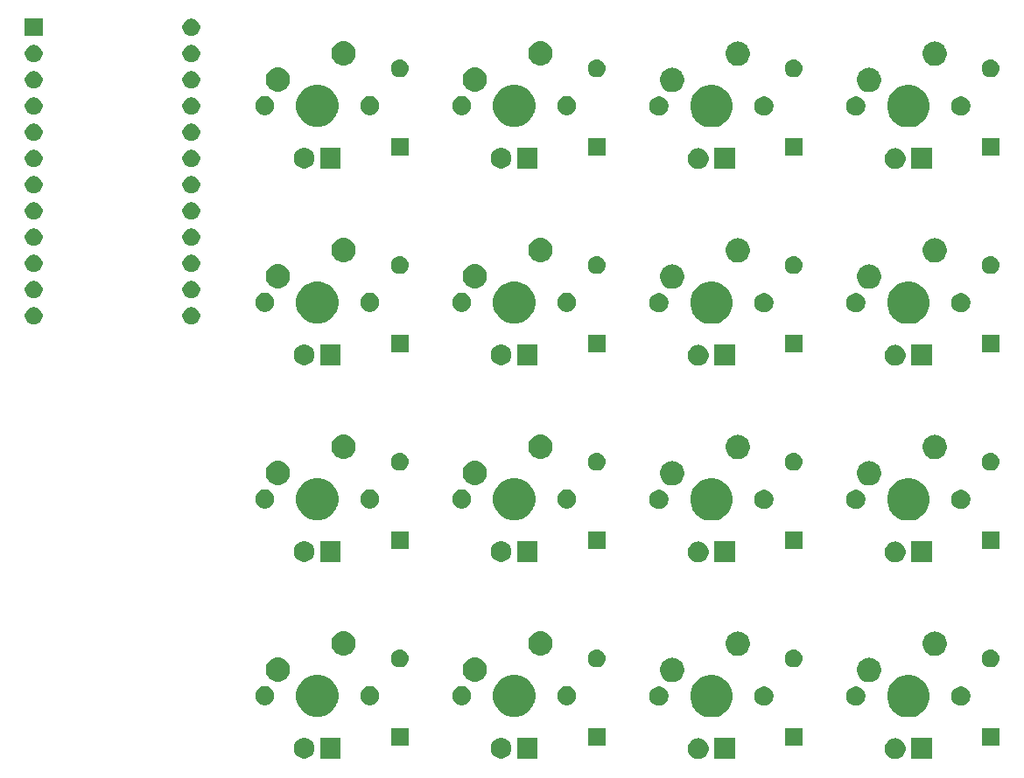
<source format=gbs>
G04 #@! TF.GenerationSoftware,KiCad,Pcbnew,(5.1.4)-1*
G04 #@! TF.CreationDate,2021-04-02T02:45:42+02:00*
G04 #@! TF.ProjectId,pcb-test,7063622d-7465-4737-942e-6b696361645f,rev?*
G04 #@! TF.SameCoordinates,Original*
G04 #@! TF.FileFunction,Soldermask,Bot*
G04 #@! TF.FilePolarity,Negative*
%FSLAX46Y46*%
G04 Gerber Fmt 4.6, Leading zero omitted, Abs format (unit mm)*
G04 Created by KiCad (PCBNEW (5.1.4)-1) date 2021-04-02 02:45:42*
%MOMM*%
%LPD*%
G04 APERTURE LIST*
%ADD10C,0.100000*%
G04 APERTURE END LIST*
D10*
G36*
X195948500Y-148958500D02*
G01*
X193941500Y-148958500D01*
X193941500Y-146951500D01*
X195948500Y-146951500D01*
X195948500Y-148958500D01*
X195948500Y-148958500D01*
G37*
G36*
X192531425Y-146956988D02*
G01*
X192697710Y-146990063D01*
X192880336Y-147065709D01*
X193044694Y-147175530D01*
X193184470Y-147315306D01*
X193294291Y-147479664D01*
X193369937Y-147662290D01*
X193408500Y-147856164D01*
X193408500Y-148053836D01*
X193369937Y-148247710D01*
X193294291Y-148430336D01*
X193184470Y-148594694D01*
X193044694Y-148734470D01*
X192880336Y-148844291D01*
X192697710Y-148919937D01*
X192531425Y-148953012D01*
X192503837Y-148958500D01*
X192306163Y-148958500D01*
X192278575Y-148953012D01*
X192112290Y-148919937D01*
X191929664Y-148844291D01*
X191765306Y-148734470D01*
X191625530Y-148594694D01*
X191515709Y-148430336D01*
X191440063Y-148247710D01*
X191401500Y-148053836D01*
X191401500Y-147856164D01*
X191440063Y-147662290D01*
X191515709Y-147479664D01*
X191625530Y-147315306D01*
X191765306Y-147175530D01*
X191929664Y-147065709D01*
X192112290Y-146990063D01*
X192278575Y-146956988D01*
X192306163Y-146951500D01*
X192503837Y-146951500D01*
X192531425Y-146956988D01*
X192531425Y-146956988D01*
G37*
G36*
X173481425Y-146956988D02*
G01*
X173647710Y-146990063D01*
X173830336Y-147065709D01*
X173994694Y-147175530D01*
X174134470Y-147315306D01*
X174244291Y-147479664D01*
X174319937Y-147662290D01*
X174358500Y-147856164D01*
X174358500Y-148053836D01*
X174319937Y-148247710D01*
X174244291Y-148430336D01*
X174134470Y-148594694D01*
X173994694Y-148734470D01*
X173830336Y-148844291D01*
X173647710Y-148919937D01*
X173481425Y-148953012D01*
X173453837Y-148958500D01*
X173256163Y-148958500D01*
X173228575Y-148953012D01*
X173062290Y-148919937D01*
X172879664Y-148844291D01*
X172715306Y-148734470D01*
X172575530Y-148594694D01*
X172465709Y-148430336D01*
X172390063Y-148247710D01*
X172351500Y-148053836D01*
X172351500Y-147856164D01*
X172390063Y-147662290D01*
X172465709Y-147479664D01*
X172575530Y-147315306D01*
X172715306Y-147175530D01*
X172879664Y-147065709D01*
X173062290Y-146990063D01*
X173228575Y-146956988D01*
X173256163Y-146951500D01*
X173453837Y-146951500D01*
X173481425Y-146956988D01*
X173481425Y-146956988D01*
G37*
G36*
X176898500Y-148958500D02*
G01*
X174891500Y-148958500D01*
X174891500Y-146951500D01*
X176898500Y-146951500D01*
X176898500Y-148958500D01*
X176898500Y-148958500D01*
G37*
G36*
X135349675Y-146925238D02*
G01*
X135515960Y-146958313D01*
X135698586Y-147033959D01*
X135862944Y-147143780D01*
X136002720Y-147283556D01*
X136112541Y-147447914D01*
X136188187Y-147630540D01*
X136226750Y-147824414D01*
X136226750Y-148022086D01*
X136188187Y-148215960D01*
X136112541Y-148398586D01*
X136002720Y-148562944D01*
X135862944Y-148702720D01*
X135698586Y-148812541D01*
X135515960Y-148888187D01*
X135356343Y-148919936D01*
X135322087Y-148926750D01*
X135124413Y-148926750D01*
X135090157Y-148919936D01*
X134930540Y-148888187D01*
X134747914Y-148812541D01*
X134583556Y-148702720D01*
X134443780Y-148562944D01*
X134333959Y-148398586D01*
X134258313Y-148215960D01*
X134219750Y-148022086D01*
X134219750Y-147824414D01*
X134258313Y-147630540D01*
X134333959Y-147447914D01*
X134443780Y-147283556D01*
X134583556Y-147143780D01*
X134747914Y-147033959D01*
X134930540Y-146958313D01*
X135096825Y-146925238D01*
X135124413Y-146919750D01*
X135322087Y-146919750D01*
X135349675Y-146925238D01*
X135349675Y-146925238D01*
G37*
G36*
X154399675Y-146925238D02*
G01*
X154565960Y-146958313D01*
X154748586Y-147033959D01*
X154912944Y-147143780D01*
X155052720Y-147283556D01*
X155162541Y-147447914D01*
X155238187Y-147630540D01*
X155276750Y-147824414D01*
X155276750Y-148022086D01*
X155238187Y-148215960D01*
X155162541Y-148398586D01*
X155052720Y-148562944D01*
X154912944Y-148702720D01*
X154748586Y-148812541D01*
X154565960Y-148888187D01*
X154406343Y-148919936D01*
X154372087Y-148926750D01*
X154174413Y-148926750D01*
X154140157Y-148919936D01*
X153980540Y-148888187D01*
X153797914Y-148812541D01*
X153633556Y-148702720D01*
X153493780Y-148562944D01*
X153383959Y-148398586D01*
X153308313Y-148215960D01*
X153269750Y-148022086D01*
X153269750Y-147824414D01*
X153308313Y-147630540D01*
X153383959Y-147447914D01*
X153493780Y-147283556D01*
X153633556Y-147143780D01*
X153797914Y-147033959D01*
X153980540Y-146958313D01*
X154146825Y-146925238D01*
X154174413Y-146919750D01*
X154372087Y-146919750D01*
X154399675Y-146925238D01*
X154399675Y-146925238D01*
G37*
G36*
X138766750Y-148926750D02*
G01*
X136759750Y-148926750D01*
X136759750Y-146919750D01*
X138766750Y-146919750D01*
X138766750Y-148926750D01*
X138766750Y-148926750D01*
G37*
G36*
X157816750Y-148926750D02*
G01*
X155809750Y-148926750D01*
X155809750Y-146919750D01*
X157816750Y-146919750D01*
X157816750Y-148926750D01*
X157816750Y-148926750D01*
G37*
G36*
X183413500Y-147694750D02*
G01*
X181711500Y-147694750D01*
X181711500Y-145992750D01*
X183413500Y-145992750D01*
X183413500Y-147694750D01*
X183413500Y-147694750D01*
G37*
G36*
X164363500Y-147694750D02*
G01*
X162661500Y-147694750D01*
X162661500Y-145992750D01*
X164363500Y-145992750D01*
X164363500Y-147694750D01*
X164363500Y-147694750D01*
G37*
G36*
X202463500Y-147694750D02*
G01*
X200761500Y-147694750D01*
X200761500Y-145992750D01*
X202463500Y-145992750D01*
X202463500Y-147694750D01*
X202463500Y-147694750D01*
G37*
G36*
X145313500Y-147694750D02*
G01*
X143611500Y-147694750D01*
X143611500Y-145992750D01*
X145313500Y-145992750D01*
X145313500Y-147694750D01*
X145313500Y-147694750D01*
G37*
G36*
X194271474Y-140908684D02*
G01*
X194489474Y-140998983D01*
X194643623Y-141062833D01*
X194978548Y-141286623D01*
X195263377Y-141571452D01*
X195487167Y-141906377D01*
X195519562Y-141984586D01*
X195641316Y-142278526D01*
X195719900Y-142673594D01*
X195719900Y-143076406D01*
X195641316Y-143471474D01*
X195551017Y-143689474D01*
X195487167Y-143843623D01*
X195263377Y-144178548D01*
X194978548Y-144463377D01*
X194643623Y-144687167D01*
X194489474Y-144751017D01*
X194271474Y-144841316D01*
X193876406Y-144919900D01*
X193473594Y-144919900D01*
X193078526Y-144841316D01*
X192860526Y-144751017D01*
X192706377Y-144687167D01*
X192371452Y-144463377D01*
X192086623Y-144178548D01*
X191862833Y-143843623D01*
X191798983Y-143689474D01*
X191708684Y-143471474D01*
X191630100Y-143076406D01*
X191630100Y-142673594D01*
X191708684Y-142278526D01*
X191830438Y-141984586D01*
X191862833Y-141906377D01*
X192086623Y-141571452D01*
X192371452Y-141286623D01*
X192706377Y-141062833D01*
X192860526Y-140998983D01*
X193078526Y-140908684D01*
X193473594Y-140830100D01*
X193876406Y-140830100D01*
X194271474Y-140908684D01*
X194271474Y-140908684D01*
G37*
G36*
X175221474Y-140908684D02*
G01*
X175439474Y-140998983D01*
X175593623Y-141062833D01*
X175928548Y-141286623D01*
X176213377Y-141571452D01*
X176437167Y-141906377D01*
X176469562Y-141984586D01*
X176591316Y-142278526D01*
X176669900Y-142673594D01*
X176669900Y-143076406D01*
X176591316Y-143471474D01*
X176501017Y-143689474D01*
X176437167Y-143843623D01*
X176213377Y-144178548D01*
X175928548Y-144463377D01*
X175593623Y-144687167D01*
X175439474Y-144751017D01*
X175221474Y-144841316D01*
X174826406Y-144919900D01*
X174423594Y-144919900D01*
X174028526Y-144841316D01*
X173810526Y-144751017D01*
X173656377Y-144687167D01*
X173321452Y-144463377D01*
X173036623Y-144178548D01*
X172812833Y-143843623D01*
X172748983Y-143689474D01*
X172658684Y-143471474D01*
X172580100Y-143076406D01*
X172580100Y-142673594D01*
X172658684Y-142278526D01*
X172780438Y-141984586D01*
X172812833Y-141906377D01*
X173036623Y-141571452D01*
X173321452Y-141286623D01*
X173656377Y-141062833D01*
X173810526Y-140998983D01*
X174028526Y-140908684D01*
X174423594Y-140830100D01*
X174826406Y-140830100D01*
X175221474Y-140908684D01*
X175221474Y-140908684D01*
G37*
G36*
X156139724Y-140876934D02*
G01*
X156357724Y-140967233D01*
X156511873Y-141031083D01*
X156846798Y-141254873D01*
X157131627Y-141539702D01*
X157355417Y-141874627D01*
X157387812Y-141952836D01*
X157509566Y-142246776D01*
X157588150Y-142641844D01*
X157588150Y-143044656D01*
X157509566Y-143439724D01*
X157458701Y-143562522D01*
X157355417Y-143811873D01*
X157131627Y-144146798D01*
X156846798Y-144431627D01*
X156511873Y-144655417D01*
X156435221Y-144687167D01*
X156139724Y-144809566D01*
X155744656Y-144888150D01*
X155341844Y-144888150D01*
X154946776Y-144809566D01*
X154651279Y-144687167D01*
X154574627Y-144655417D01*
X154239702Y-144431627D01*
X153954873Y-144146798D01*
X153731083Y-143811873D01*
X153627799Y-143562522D01*
X153576934Y-143439724D01*
X153498350Y-143044656D01*
X153498350Y-142641844D01*
X153576934Y-142246776D01*
X153698688Y-141952836D01*
X153731083Y-141874627D01*
X153954873Y-141539702D01*
X154239702Y-141254873D01*
X154574627Y-141031083D01*
X154728776Y-140967233D01*
X154946776Y-140876934D01*
X155341844Y-140798350D01*
X155744656Y-140798350D01*
X156139724Y-140876934D01*
X156139724Y-140876934D01*
G37*
G36*
X137089724Y-140876934D02*
G01*
X137307724Y-140967233D01*
X137461873Y-141031083D01*
X137796798Y-141254873D01*
X138081627Y-141539702D01*
X138305417Y-141874627D01*
X138337812Y-141952836D01*
X138459566Y-142246776D01*
X138538150Y-142641844D01*
X138538150Y-143044656D01*
X138459566Y-143439724D01*
X138408701Y-143562522D01*
X138305417Y-143811873D01*
X138081627Y-144146798D01*
X137796798Y-144431627D01*
X137461873Y-144655417D01*
X137385221Y-144687167D01*
X137089724Y-144809566D01*
X136694656Y-144888150D01*
X136291844Y-144888150D01*
X135896776Y-144809566D01*
X135601279Y-144687167D01*
X135524627Y-144655417D01*
X135189702Y-144431627D01*
X134904873Y-144146798D01*
X134681083Y-143811873D01*
X134577799Y-143562522D01*
X134526934Y-143439724D01*
X134448350Y-143044656D01*
X134448350Y-142641844D01*
X134526934Y-142246776D01*
X134648688Y-141952836D01*
X134681083Y-141874627D01*
X134904873Y-141539702D01*
X135189702Y-141254873D01*
X135524627Y-141031083D01*
X135678776Y-140967233D01*
X135896776Y-140876934D01*
X136291844Y-140798350D01*
X136694656Y-140798350D01*
X137089724Y-140876934D01*
X137089724Y-140876934D01*
G37*
G36*
X169815104Y-141984585D02*
G01*
X169983626Y-142054389D01*
X170135291Y-142155728D01*
X170264272Y-142284709D01*
X170365611Y-142436374D01*
X170435415Y-142604896D01*
X170471000Y-142783797D01*
X170471000Y-142966203D01*
X170435415Y-143145104D01*
X170365611Y-143313626D01*
X170264272Y-143465291D01*
X170135291Y-143594272D01*
X169983626Y-143695611D01*
X169815104Y-143765415D01*
X169636203Y-143801000D01*
X169453797Y-143801000D01*
X169274896Y-143765415D01*
X169106374Y-143695611D01*
X168954709Y-143594272D01*
X168825728Y-143465291D01*
X168724389Y-143313626D01*
X168654585Y-143145104D01*
X168619000Y-142966203D01*
X168619000Y-142783797D01*
X168654585Y-142604896D01*
X168724389Y-142436374D01*
X168825728Y-142284709D01*
X168954709Y-142155728D01*
X169106374Y-142054389D01*
X169274896Y-141984585D01*
X169453797Y-141949000D01*
X169636203Y-141949000D01*
X169815104Y-141984585D01*
X169815104Y-141984585D01*
G37*
G36*
X179975104Y-141984585D02*
G01*
X180143626Y-142054389D01*
X180295291Y-142155728D01*
X180424272Y-142284709D01*
X180525611Y-142436374D01*
X180595415Y-142604896D01*
X180631000Y-142783797D01*
X180631000Y-142966203D01*
X180595415Y-143145104D01*
X180525611Y-143313626D01*
X180424272Y-143465291D01*
X180295291Y-143594272D01*
X180143626Y-143695611D01*
X179975104Y-143765415D01*
X179796203Y-143801000D01*
X179613797Y-143801000D01*
X179434896Y-143765415D01*
X179266374Y-143695611D01*
X179114709Y-143594272D01*
X178985728Y-143465291D01*
X178884389Y-143313626D01*
X178814585Y-143145104D01*
X178779000Y-142966203D01*
X178779000Y-142783797D01*
X178814585Y-142604896D01*
X178884389Y-142436374D01*
X178985728Y-142284709D01*
X179114709Y-142155728D01*
X179266374Y-142054389D01*
X179434896Y-141984585D01*
X179613797Y-141949000D01*
X179796203Y-141949000D01*
X179975104Y-141984585D01*
X179975104Y-141984585D01*
G37*
G36*
X188865104Y-141984585D02*
G01*
X189033626Y-142054389D01*
X189185291Y-142155728D01*
X189314272Y-142284709D01*
X189415611Y-142436374D01*
X189485415Y-142604896D01*
X189521000Y-142783797D01*
X189521000Y-142966203D01*
X189485415Y-143145104D01*
X189415611Y-143313626D01*
X189314272Y-143465291D01*
X189185291Y-143594272D01*
X189033626Y-143695611D01*
X188865104Y-143765415D01*
X188686203Y-143801000D01*
X188503797Y-143801000D01*
X188324896Y-143765415D01*
X188156374Y-143695611D01*
X188004709Y-143594272D01*
X187875728Y-143465291D01*
X187774389Y-143313626D01*
X187704585Y-143145104D01*
X187669000Y-142966203D01*
X187669000Y-142783797D01*
X187704585Y-142604896D01*
X187774389Y-142436374D01*
X187875728Y-142284709D01*
X188004709Y-142155728D01*
X188156374Y-142054389D01*
X188324896Y-141984585D01*
X188503797Y-141949000D01*
X188686203Y-141949000D01*
X188865104Y-141984585D01*
X188865104Y-141984585D01*
G37*
G36*
X199025104Y-141984585D02*
G01*
X199193626Y-142054389D01*
X199345291Y-142155728D01*
X199474272Y-142284709D01*
X199575611Y-142436374D01*
X199645415Y-142604896D01*
X199681000Y-142783797D01*
X199681000Y-142966203D01*
X199645415Y-143145104D01*
X199575611Y-143313626D01*
X199474272Y-143465291D01*
X199345291Y-143594272D01*
X199193626Y-143695611D01*
X199025104Y-143765415D01*
X198846203Y-143801000D01*
X198663797Y-143801000D01*
X198484896Y-143765415D01*
X198316374Y-143695611D01*
X198164709Y-143594272D01*
X198035728Y-143465291D01*
X197934389Y-143313626D01*
X197864585Y-143145104D01*
X197829000Y-142966203D01*
X197829000Y-142783797D01*
X197864585Y-142604896D01*
X197934389Y-142436374D01*
X198035728Y-142284709D01*
X198164709Y-142155728D01*
X198316374Y-142054389D01*
X198484896Y-141984585D01*
X198663797Y-141949000D01*
X198846203Y-141949000D01*
X199025104Y-141984585D01*
X199025104Y-141984585D01*
G37*
G36*
X150733354Y-141952835D02*
G01*
X150901876Y-142022639D01*
X151053541Y-142123978D01*
X151182522Y-142252959D01*
X151283861Y-142404624D01*
X151353665Y-142573146D01*
X151389250Y-142752047D01*
X151389250Y-142934453D01*
X151353665Y-143113354D01*
X151283861Y-143281876D01*
X151182522Y-143433541D01*
X151053541Y-143562522D01*
X150901876Y-143663861D01*
X150733354Y-143733665D01*
X150554453Y-143769250D01*
X150372047Y-143769250D01*
X150193146Y-143733665D01*
X150024624Y-143663861D01*
X149872959Y-143562522D01*
X149743978Y-143433541D01*
X149642639Y-143281876D01*
X149572835Y-143113354D01*
X149537250Y-142934453D01*
X149537250Y-142752047D01*
X149572835Y-142573146D01*
X149642639Y-142404624D01*
X149743978Y-142252959D01*
X149872959Y-142123978D01*
X150024624Y-142022639D01*
X150193146Y-141952835D01*
X150372047Y-141917250D01*
X150554453Y-141917250D01*
X150733354Y-141952835D01*
X150733354Y-141952835D01*
G37*
G36*
X160893354Y-141952835D02*
G01*
X161061876Y-142022639D01*
X161213541Y-142123978D01*
X161342522Y-142252959D01*
X161443861Y-142404624D01*
X161513665Y-142573146D01*
X161549250Y-142752047D01*
X161549250Y-142934453D01*
X161513665Y-143113354D01*
X161443861Y-143281876D01*
X161342522Y-143433541D01*
X161213541Y-143562522D01*
X161061876Y-143663861D01*
X160893354Y-143733665D01*
X160714453Y-143769250D01*
X160532047Y-143769250D01*
X160353146Y-143733665D01*
X160184624Y-143663861D01*
X160032959Y-143562522D01*
X159903978Y-143433541D01*
X159802639Y-143281876D01*
X159732835Y-143113354D01*
X159697250Y-142934453D01*
X159697250Y-142752047D01*
X159732835Y-142573146D01*
X159802639Y-142404624D01*
X159903978Y-142252959D01*
X160032959Y-142123978D01*
X160184624Y-142022639D01*
X160353146Y-141952835D01*
X160532047Y-141917250D01*
X160714453Y-141917250D01*
X160893354Y-141952835D01*
X160893354Y-141952835D01*
G37*
G36*
X141843354Y-141952835D02*
G01*
X142011876Y-142022639D01*
X142163541Y-142123978D01*
X142292522Y-142252959D01*
X142393861Y-142404624D01*
X142463665Y-142573146D01*
X142499250Y-142752047D01*
X142499250Y-142934453D01*
X142463665Y-143113354D01*
X142393861Y-143281876D01*
X142292522Y-143433541D01*
X142163541Y-143562522D01*
X142011876Y-143663861D01*
X141843354Y-143733665D01*
X141664453Y-143769250D01*
X141482047Y-143769250D01*
X141303146Y-143733665D01*
X141134624Y-143663861D01*
X140982959Y-143562522D01*
X140853978Y-143433541D01*
X140752639Y-143281876D01*
X140682835Y-143113354D01*
X140647250Y-142934453D01*
X140647250Y-142752047D01*
X140682835Y-142573146D01*
X140752639Y-142404624D01*
X140853978Y-142252959D01*
X140982959Y-142123978D01*
X141134624Y-142022639D01*
X141303146Y-141952835D01*
X141482047Y-141917250D01*
X141664453Y-141917250D01*
X141843354Y-141952835D01*
X141843354Y-141952835D01*
G37*
G36*
X131683354Y-141952835D02*
G01*
X131851876Y-142022639D01*
X132003541Y-142123978D01*
X132132522Y-142252959D01*
X132233861Y-142404624D01*
X132303665Y-142573146D01*
X132339250Y-142752047D01*
X132339250Y-142934453D01*
X132303665Y-143113354D01*
X132233861Y-143281876D01*
X132132522Y-143433541D01*
X132003541Y-143562522D01*
X131851876Y-143663861D01*
X131683354Y-143733665D01*
X131504453Y-143769250D01*
X131322047Y-143769250D01*
X131143146Y-143733665D01*
X130974624Y-143663861D01*
X130822959Y-143562522D01*
X130693978Y-143433541D01*
X130592639Y-143281876D01*
X130522835Y-143113354D01*
X130487250Y-142934453D01*
X130487250Y-142752047D01*
X130522835Y-142573146D01*
X130592639Y-142404624D01*
X130693978Y-142252959D01*
X130822959Y-142123978D01*
X130974624Y-142022639D01*
X131143146Y-141952835D01*
X131322047Y-141917250D01*
X131504453Y-141917250D01*
X131683354Y-141952835D01*
X131683354Y-141952835D01*
G37*
G36*
X190048409Y-139172443D02*
G01*
X190208027Y-139204193D01*
X190422045Y-139292842D01*
X190422046Y-139292843D01*
X190614654Y-139421539D01*
X190778461Y-139585346D01*
X190854286Y-139698826D01*
X190907158Y-139777955D01*
X190995807Y-139991973D01*
X191041000Y-140219174D01*
X191041000Y-140450826D01*
X190995807Y-140678027D01*
X190907158Y-140892045D01*
X190907157Y-140892046D01*
X190778461Y-141084654D01*
X190614654Y-141248461D01*
X190557540Y-141286623D01*
X190422045Y-141377158D01*
X190208027Y-141465807D01*
X190056560Y-141495936D01*
X189980827Y-141511000D01*
X189749173Y-141511000D01*
X189673440Y-141495936D01*
X189521973Y-141465807D01*
X189307955Y-141377158D01*
X189172460Y-141286623D01*
X189115346Y-141248461D01*
X188951539Y-141084654D01*
X188822843Y-140892046D01*
X188822842Y-140892045D01*
X188734193Y-140678027D01*
X188689000Y-140450826D01*
X188689000Y-140219174D01*
X188734193Y-139991973D01*
X188822842Y-139777955D01*
X188875714Y-139698826D01*
X188951539Y-139585346D01*
X189115346Y-139421539D01*
X189307954Y-139292843D01*
X189307955Y-139292842D01*
X189521973Y-139204193D01*
X189681591Y-139172443D01*
X189749173Y-139159000D01*
X189980827Y-139159000D01*
X190048409Y-139172443D01*
X190048409Y-139172443D01*
G37*
G36*
X170998409Y-139172443D02*
G01*
X171158027Y-139204193D01*
X171372045Y-139292842D01*
X171372046Y-139292843D01*
X171564654Y-139421539D01*
X171728461Y-139585346D01*
X171804286Y-139698826D01*
X171857158Y-139777955D01*
X171945807Y-139991973D01*
X171991000Y-140219174D01*
X171991000Y-140450826D01*
X171945807Y-140678027D01*
X171857158Y-140892045D01*
X171857157Y-140892046D01*
X171728461Y-141084654D01*
X171564654Y-141248461D01*
X171507540Y-141286623D01*
X171372045Y-141377158D01*
X171158027Y-141465807D01*
X171006560Y-141495936D01*
X170930827Y-141511000D01*
X170699173Y-141511000D01*
X170623440Y-141495936D01*
X170471973Y-141465807D01*
X170257955Y-141377158D01*
X170122460Y-141286623D01*
X170065346Y-141248461D01*
X169901539Y-141084654D01*
X169772843Y-140892046D01*
X169772842Y-140892045D01*
X169684193Y-140678027D01*
X169639000Y-140450826D01*
X169639000Y-140219174D01*
X169684193Y-139991973D01*
X169772842Y-139777955D01*
X169825714Y-139698826D01*
X169901539Y-139585346D01*
X170065346Y-139421539D01*
X170257954Y-139292843D01*
X170257955Y-139292842D01*
X170471973Y-139204193D01*
X170631591Y-139172443D01*
X170699173Y-139159000D01*
X170930827Y-139159000D01*
X170998409Y-139172443D01*
X170998409Y-139172443D01*
G37*
G36*
X151924810Y-139142314D02*
G01*
X152076277Y-139172443D01*
X152290295Y-139261092D01*
X152354499Y-139303992D01*
X152482904Y-139389789D01*
X152646711Y-139553596D01*
X152732508Y-139682001D01*
X152775408Y-139746205D01*
X152864057Y-139960223D01*
X152909250Y-140187424D01*
X152909250Y-140419076D01*
X152864057Y-140646277D01*
X152775408Y-140860295D01*
X152743075Y-140908684D01*
X152646711Y-141052904D01*
X152482904Y-141216711D01*
X152425790Y-141254873D01*
X152290295Y-141345408D01*
X152076277Y-141434057D01*
X151924810Y-141464186D01*
X151849077Y-141479250D01*
X151617423Y-141479250D01*
X151541690Y-141464186D01*
X151390223Y-141434057D01*
X151176205Y-141345408D01*
X151040710Y-141254873D01*
X150983596Y-141216711D01*
X150819789Y-141052904D01*
X150723425Y-140908684D01*
X150691092Y-140860295D01*
X150602443Y-140646277D01*
X150557250Y-140419076D01*
X150557250Y-140187424D01*
X150602443Y-139960223D01*
X150691092Y-139746205D01*
X150733992Y-139682001D01*
X150819789Y-139553596D01*
X150983596Y-139389789D01*
X151112001Y-139303992D01*
X151176205Y-139261092D01*
X151390223Y-139172443D01*
X151541690Y-139142314D01*
X151617423Y-139127250D01*
X151849077Y-139127250D01*
X151924810Y-139142314D01*
X151924810Y-139142314D01*
G37*
G36*
X132874810Y-139142314D02*
G01*
X133026277Y-139172443D01*
X133240295Y-139261092D01*
X133304499Y-139303992D01*
X133432904Y-139389789D01*
X133596711Y-139553596D01*
X133682508Y-139682001D01*
X133725408Y-139746205D01*
X133814057Y-139960223D01*
X133859250Y-140187424D01*
X133859250Y-140419076D01*
X133814057Y-140646277D01*
X133725408Y-140860295D01*
X133693075Y-140908684D01*
X133596711Y-141052904D01*
X133432904Y-141216711D01*
X133375790Y-141254873D01*
X133240295Y-141345408D01*
X133026277Y-141434057D01*
X132874810Y-141464186D01*
X132799077Y-141479250D01*
X132567423Y-141479250D01*
X132491690Y-141464186D01*
X132340223Y-141434057D01*
X132126205Y-141345408D01*
X131990710Y-141254873D01*
X131933596Y-141216711D01*
X131769789Y-141052904D01*
X131673425Y-140908684D01*
X131641092Y-140860295D01*
X131552443Y-140646277D01*
X131507250Y-140419076D01*
X131507250Y-140187424D01*
X131552443Y-139960223D01*
X131641092Y-139746205D01*
X131683992Y-139682001D01*
X131769789Y-139553596D01*
X131933596Y-139389789D01*
X132062001Y-139303992D01*
X132126205Y-139261092D01*
X132340223Y-139172443D01*
X132491690Y-139142314D01*
X132567423Y-139127250D01*
X132799077Y-139127250D01*
X132874810Y-139142314D01*
X132874810Y-139142314D01*
G37*
G36*
X201779323Y-138385063D02*
G01*
X201939742Y-138433726D01*
X202072406Y-138504636D01*
X202087578Y-138512746D01*
X202217159Y-138619091D01*
X202323504Y-138748672D01*
X202323505Y-138748674D01*
X202402524Y-138896508D01*
X202451187Y-139056927D01*
X202467617Y-139223750D01*
X202451187Y-139390573D01*
X202402524Y-139550992D01*
X202401133Y-139553594D01*
X202323504Y-139698828D01*
X202217159Y-139828409D01*
X202087578Y-139934754D01*
X202087576Y-139934755D01*
X201939742Y-140013774D01*
X201779323Y-140062437D01*
X201654304Y-140074750D01*
X201570696Y-140074750D01*
X201445677Y-140062437D01*
X201285258Y-140013774D01*
X201137424Y-139934755D01*
X201137422Y-139934754D01*
X201007841Y-139828409D01*
X200901496Y-139698828D01*
X200823867Y-139553594D01*
X200822476Y-139550992D01*
X200773813Y-139390573D01*
X200757383Y-139223750D01*
X200773813Y-139056927D01*
X200822476Y-138896508D01*
X200901495Y-138748674D01*
X200901496Y-138748672D01*
X201007841Y-138619091D01*
X201137422Y-138512746D01*
X201152594Y-138504636D01*
X201285258Y-138433726D01*
X201445677Y-138385063D01*
X201570696Y-138372750D01*
X201654304Y-138372750D01*
X201779323Y-138385063D01*
X201779323Y-138385063D01*
G37*
G36*
X182729323Y-138385063D02*
G01*
X182889742Y-138433726D01*
X183022406Y-138504636D01*
X183037578Y-138512746D01*
X183167159Y-138619091D01*
X183273504Y-138748672D01*
X183273505Y-138748674D01*
X183352524Y-138896508D01*
X183401187Y-139056927D01*
X183417617Y-139223750D01*
X183401187Y-139390573D01*
X183352524Y-139550992D01*
X183351133Y-139553594D01*
X183273504Y-139698828D01*
X183167159Y-139828409D01*
X183037578Y-139934754D01*
X183037576Y-139934755D01*
X182889742Y-140013774D01*
X182729323Y-140062437D01*
X182604304Y-140074750D01*
X182520696Y-140074750D01*
X182395677Y-140062437D01*
X182235258Y-140013774D01*
X182087424Y-139934755D01*
X182087422Y-139934754D01*
X181957841Y-139828409D01*
X181851496Y-139698828D01*
X181773867Y-139553594D01*
X181772476Y-139550992D01*
X181723813Y-139390573D01*
X181707383Y-139223750D01*
X181723813Y-139056927D01*
X181772476Y-138896508D01*
X181851495Y-138748674D01*
X181851496Y-138748672D01*
X181957841Y-138619091D01*
X182087422Y-138512746D01*
X182102594Y-138504636D01*
X182235258Y-138433726D01*
X182395677Y-138385063D01*
X182520696Y-138372750D01*
X182604304Y-138372750D01*
X182729323Y-138385063D01*
X182729323Y-138385063D01*
G37*
G36*
X163679323Y-138385063D02*
G01*
X163839742Y-138433726D01*
X163972406Y-138504636D01*
X163987578Y-138512746D01*
X164117159Y-138619091D01*
X164223504Y-138748672D01*
X164223505Y-138748674D01*
X164302524Y-138896508D01*
X164351187Y-139056927D01*
X164367617Y-139223750D01*
X164351187Y-139390573D01*
X164302524Y-139550992D01*
X164301133Y-139553594D01*
X164223504Y-139698828D01*
X164117159Y-139828409D01*
X163987578Y-139934754D01*
X163987576Y-139934755D01*
X163839742Y-140013774D01*
X163679323Y-140062437D01*
X163554304Y-140074750D01*
X163470696Y-140074750D01*
X163345677Y-140062437D01*
X163185258Y-140013774D01*
X163037424Y-139934755D01*
X163037422Y-139934754D01*
X162907841Y-139828409D01*
X162801496Y-139698828D01*
X162723867Y-139553594D01*
X162722476Y-139550992D01*
X162673813Y-139390573D01*
X162657383Y-139223750D01*
X162673813Y-139056927D01*
X162722476Y-138896508D01*
X162801495Y-138748674D01*
X162801496Y-138748672D01*
X162907841Y-138619091D01*
X163037422Y-138512746D01*
X163052594Y-138504636D01*
X163185258Y-138433726D01*
X163345677Y-138385063D01*
X163470696Y-138372750D01*
X163554304Y-138372750D01*
X163679323Y-138385063D01*
X163679323Y-138385063D01*
G37*
G36*
X144629323Y-138385063D02*
G01*
X144789742Y-138433726D01*
X144922406Y-138504636D01*
X144937578Y-138512746D01*
X145067159Y-138619091D01*
X145173504Y-138748672D01*
X145173505Y-138748674D01*
X145252524Y-138896508D01*
X145301187Y-139056927D01*
X145317617Y-139223750D01*
X145301187Y-139390573D01*
X145252524Y-139550992D01*
X145251133Y-139553594D01*
X145173504Y-139698828D01*
X145067159Y-139828409D01*
X144937578Y-139934754D01*
X144937576Y-139934755D01*
X144789742Y-140013774D01*
X144629323Y-140062437D01*
X144504304Y-140074750D01*
X144420696Y-140074750D01*
X144295677Y-140062437D01*
X144135258Y-140013774D01*
X143987424Y-139934755D01*
X143987422Y-139934754D01*
X143857841Y-139828409D01*
X143751496Y-139698828D01*
X143673867Y-139553594D01*
X143672476Y-139550992D01*
X143623813Y-139390573D01*
X143607383Y-139223750D01*
X143623813Y-139056927D01*
X143672476Y-138896508D01*
X143751495Y-138748674D01*
X143751496Y-138748672D01*
X143857841Y-138619091D01*
X143987422Y-138512746D01*
X144002594Y-138504636D01*
X144135258Y-138433726D01*
X144295677Y-138385063D01*
X144420696Y-138372750D01*
X144504304Y-138372750D01*
X144629323Y-138385063D01*
X144629323Y-138385063D01*
G37*
G36*
X177348409Y-136632443D02*
G01*
X177508027Y-136664193D01*
X177722045Y-136752842D01*
X177722046Y-136752843D01*
X177914654Y-136881539D01*
X178078461Y-137045346D01*
X178164258Y-137173751D01*
X178207158Y-137237955D01*
X178295807Y-137451973D01*
X178341000Y-137679174D01*
X178341000Y-137910826D01*
X178295807Y-138138027D01*
X178207158Y-138352045D01*
X178207157Y-138352046D01*
X178078461Y-138544654D01*
X177914654Y-138708461D01*
X177786249Y-138794258D01*
X177722045Y-138837158D01*
X177508027Y-138925807D01*
X177356560Y-138955936D01*
X177280827Y-138971000D01*
X177049173Y-138971000D01*
X176973440Y-138955936D01*
X176821973Y-138925807D01*
X176607955Y-138837158D01*
X176543751Y-138794258D01*
X176415346Y-138708461D01*
X176251539Y-138544654D01*
X176122843Y-138352046D01*
X176122842Y-138352045D01*
X176034193Y-138138027D01*
X175989000Y-137910826D01*
X175989000Y-137679174D01*
X176034193Y-137451973D01*
X176122842Y-137237955D01*
X176165742Y-137173751D01*
X176251539Y-137045346D01*
X176415346Y-136881539D01*
X176607954Y-136752843D01*
X176607955Y-136752842D01*
X176821973Y-136664193D01*
X176981591Y-136632443D01*
X177049173Y-136619000D01*
X177280827Y-136619000D01*
X177348409Y-136632443D01*
X177348409Y-136632443D01*
G37*
G36*
X196398409Y-136632443D02*
G01*
X196558027Y-136664193D01*
X196772045Y-136752842D01*
X196772046Y-136752843D01*
X196964654Y-136881539D01*
X197128461Y-137045346D01*
X197214258Y-137173751D01*
X197257158Y-137237955D01*
X197345807Y-137451973D01*
X197391000Y-137679174D01*
X197391000Y-137910826D01*
X197345807Y-138138027D01*
X197257158Y-138352045D01*
X197257157Y-138352046D01*
X197128461Y-138544654D01*
X196964654Y-138708461D01*
X196836249Y-138794258D01*
X196772045Y-138837158D01*
X196558027Y-138925807D01*
X196406560Y-138955936D01*
X196330827Y-138971000D01*
X196099173Y-138971000D01*
X196023440Y-138955936D01*
X195871973Y-138925807D01*
X195657955Y-138837158D01*
X195593751Y-138794258D01*
X195465346Y-138708461D01*
X195301539Y-138544654D01*
X195172843Y-138352046D01*
X195172842Y-138352045D01*
X195084193Y-138138027D01*
X195039000Y-137910826D01*
X195039000Y-137679174D01*
X195084193Y-137451973D01*
X195172842Y-137237955D01*
X195215742Y-137173751D01*
X195301539Y-137045346D01*
X195465346Y-136881539D01*
X195657954Y-136752843D01*
X195657955Y-136752842D01*
X195871973Y-136664193D01*
X196031591Y-136632443D01*
X196099173Y-136619000D01*
X196330827Y-136619000D01*
X196398409Y-136632443D01*
X196398409Y-136632443D01*
G37*
G36*
X158274810Y-136602314D02*
G01*
X158426277Y-136632443D01*
X158640295Y-136721092D01*
X158704499Y-136763992D01*
X158832904Y-136849789D01*
X158996711Y-137013596D01*
X159082508Y-137142001D01*
X159125408Y-137206205D01*
X159214057Y-137420223D01*
X159259250Y-137647424D01*
X159259250Y-137879076D01*
X159214057Y-138106277D01*
X159125408Y-138320295D01*
X159090359Y-138372750D01*
X158996711Y-138512904D01*
X158832904Y-138676711D01*
X158725206Y-138748672D01*
X158640295Y-138805408D01*
X158426277Y-138894057D01*
X158274810Y-138924186D01*
X158199077Y-138939250D01*
X157967423Y-138939250D01*
X157891690Y-138924186D01*
X157740223Y-138894057D01*
X157526205Y-138805408D01*
X157441294Y-138748672D01*
X157333596Y-138676711D01*
X157169789Y-138512904D01*
X157076141Y-138372750D01*
X157041092Y-138320295D01*
X156952443Y-138106277D01*
X156907250Y-137879076D01*
X156907250Y-137647424D01*
X156952443Y-137420223D01*
X157041092Y-137206205D01*
X157083992Y-137142001D01*
X157169789Y-137013596D01*
X157333596Y-136849789D01*
X157462001Y-136763992D01*
X157526205Y-136721092D01*
X157740223Y-136632443D01*
X157891690Y-136602314D01*
X157967423Y-136587250D01*
X158199077Y-136587250D01*
X158274810Y-136602314D01*
X158274810Y-136602314D01*
G37*
G36*
X139224810Y-136602314D02*
G01*
X139376277Y-136632443D01*
X139590295Y-136721092D01*
X139654499Y-136763992D01*
X139782904Y-136849789D01*
X139946711Y-137013596D01*
X140032508Y-137142001D01*
X140075408Y-137206205D01*
X140164057Y-137420223D01*
X140209250Y-137647424D01*
X140209250Y-137879076D01*
X140164057Y-138106277D01*
X140075408Y-138320295D01*
X140040359Y-138372750D01*
X139946711Y-138512904D01*
X139782904Y-138676711D01*
X139675206Y-138748672D01*
X139590295Y-138805408D01*
X139376277Y-138894057D01*
X139224810Y-138924186D01*
X139149077Y-138939250D01*
X138917423Y-138939250D01*
X138841690Y-138924186D01*
X138690223Y-138894057D01*
X138476205Y-138805408D01*
X138391294Y-138748672D01*
X138283596Y-138676711D01*
X138119789Y-138512904D01*
X138026141Y-138372750D01*
X137991092Y-138320295D01*
X137902443Y-138106277D01*
X137857250Y-137879076D01*
X137857250Y-137647424D01*
X137902443Y-137420223D01*
X137991092Y-137206205D01*
X138033992Y-137142001D01*
X138119789Y-137013596D01*
X138283596Y-136849789D01*
X138412001Y-136763992D01*
X138476205Y-136721092D01*
X138690223Y-136632443D01*
X138841690Y-136602314D01*
X138917423Y-136587250D01*
X139149077Y-136587250D01*
X139224810Y-136602314D01*
X139224810Y-136602314D01*
G37*
G36*
X195948500Y-129908500D02*
G01*
X193941500Y-129908500D01*
X193941500Y-127901500D01*
X195948500Y-127901500D01*
X195948500Y-129908500D01*
X195948500Y-129908500D01*
G37*
G36*
X192531425Y-127906988D02*
G01*
X192697710Y-127940063D01*
X192880336Y-128015709D01*
X193044694Y-128125530D01*
X193184470Y-128265306D01*
X193294291Y-128429664D01*
X193369937Y-128612290D01*
X193408500Y-128806164D01*
X193408500Y-129003836D01*
X193369937Y-129197710D01*
X193294291Y-129380336D01*
X193184470Y-129544694D01*
X193044694Y-129684470D01*
X192880336Y-129794291D01*
X192697710Y-129869937D01*
X192531425Y-129903012D01*
X192503837Y-129908500D01*
X192306163Y-129908500D01*
X192278575Y-129903012D01*
X192112290Y-129869937D01*
X191929664Y-129794291D01*
X191765306Y-129684470D01*
X191625530Y-129544694D01*
X191515709Y-129380336D01*
X191440063Y-129197710D01*
X191401500Y-129003836D01*
X191401500Y-128806164D01*
X191440063Y-128612290D01*
X191515709Y-128429664D01*
X191625530Y-128265306D01*
X191765306Y-128125530D01*
X191929664Y-128015709D01*
X192112290Y-127940063D01*
X192278575Y-127906988D01*
X192306163Y-127901500D01*
X192503837Y-127901500D01*
X192531425Y-127906988D01*
X192531425Y-127906988D01*
G37*
G36*
X173481425Y-127906988D02*
G01*
X173647710Y-127940063D01*
X173830336Y-128015709D01*
X173994694Y-128125530D01*
X174134470Y-128265306D01*
X174244291Y-128429664D01*
X174319937Y-128612290D01*
X174358500Y-128806164D01*
X174358500Y-129003836D01*
X174319937Y-129197710D01*
X174244291Y-129380336D01*
X174134470Y-129544694D01*
X173994694Y-129684470D01*
X173830336Y-129794291D01*
X173647710Y-129869937D01*
X173481425Y-129903012D01*
X173453837Y-129908500D01*
X173256163Y-129908500D01*
X173228575Y-129903012D01*
X173062290Y-129869937D01*
X172879664Y-129794291D01*
X172715306Y-129684470D01*
X172575530Y-129544694D01*
X172465709Y-129380336D01*
X172390063Y-129197710D01*
X172351500Y-129003836D01*
X172351500Y-128806164D01*
X172390063Y-128612290D01*
X172465709Y-128429664D01*
X172575530Y-128265306D01*
X172715306Y-128125530D01*
X172879664Y-128015709D01*
X173062290Y-127940063D01*
X173228575Y-127906988D01*
X173256163Y-127901500D01*
X173453837Y-127901500D01*
X173481425Y-127906988D01*
X173481425Y-127906988D01*
G37*
G36*
X176898500Y-129908500D02*
G01*
X174891500Y-129908500D01*
X174891500Y-127901500D01*
X176898500Y-127901500D01*
X176898500Y-129908500D01*
X176898500Y-129908500D01*
G37*
G36*
X138766750Y-129876750D02*
G01*
X136759750Y-129876750D01*
X136759750Y-127869750D01*
X138766750Y-127869750D01*
X138766750Y-129876750D01*
X138766750Y-129876750D01*
G37*
G36*
X135349675Y-127875238D02*
G01*
X135515960Y-127908313D01*
X135698586Y-127983959D01*
X135862944Y-128093780D01*
X136002720Y-128233556D01*
X136112541Y-128397914D01*
X136188187Y-128580540D01*
X136226750Y-128774414D01*
X136226750Y-128972086D01*
X136188187Y-129165960D01*
X136112541Y-129348586D01*
X136002720Y-129512944D01*
X135862944Y-129652720D01*
X135698586Y-129762541D01*
X135515960Y-129838187D01*
X135356343Y-129869936D01*
X135322087Y-129876750D01*
X135124413Y-129876750D01*
X135090157Y-129869936D01*
X134930540Y-129838187D01*
X134747914Y-129762541D01*
X134583556Y-129652720D01*
X134443780Y-129512944D01*
X134333959Y-129348586D01*
X134258313Y-129165960D01*
X134219750Y-128972086D01*
X134219750Y-128774414D01*
X134258313Y-128580540D01*
X134333959Y-128397914D01*
X134443780Y-128233556D01*
X134583556Y-128093780D01*
X134747914Y-127983959D01*
X134930540Y-127908313D01*
X135096825Y-127875238D01*
X135124413Y-127869750D01*
X135322087Y-127869750D01*
X135349675Y-127875238D01*
X135349675Y-127875238D01*
G37*
G36*
X154399675Y-127875238D02*
G01*
X154565960Y-127908313D01*
X154748586Y-127983959D01*
X154912944Y-128093780D01*
X155052720Y-128233556D01*
X155162541Y-128397914D01*
X155238187Y-128580540D01*
X155276750Y-128774414D01*
X155276750Y-128972086D01*
X155238187Y-129165960D01*
X155162541Y-129348586D01*
X155052720Y-129512944D01*
X154912944Y-129652720D01*
X154748586Y-129762541D01*
X154565960Y-129838187D01*
X154406343Y-129869936D01*
X154372087Y-129876750D01*
X154174413Y-129876750D01*
X154140157Y-129869936D01*
X153980540Y-129838187D01*
X153797914Y-129762541D01*
X153633556Y-129652720D01*
X153493780Y-129512944D01*
X153383959Y-129348586D01*
X153308313Y-129165960D01*
X153269750Y-128972086D01*
X153269750Y-128774414D01*
X153308313Y-128580540D01*
X153383959Y-128397914D01*
X153493780Y-128233556D01*
X153633556Y-128093780D01*
X153797914Y-127983959D01*
X153980540Y-127908313D01*
X154146825Y-127875238D01*
X154174413Y-127869750D01*
X154372087Y-127869750D01*
X154399675Y-127875238D01*
X154399675Y-127875238D01*
G37*
G36*
X157816750Y-129876750D02*
G01*
X155809750Y-129876750D01*
X155809750Y-127869750D01*
X157816750Y-127869750D01*
X157816750Y-129876750D01*
X157816750Y-129876750D01*
G37*
G36*
X145313500Y-128644750D02*
G01*
X143611500Y-128644750D01*
X143611500Y-126942750D01*
X145313500Y-126942750D01*
X145313500Y-128644750D01*
X145313500Y-128644750D01*
G37*
G36*
X202463500Y-128644750D02*
G01*
X200761500Y-128644750D01*
X200761500Y-126942750D01*
X202463500Y-126942750D01*
X202463500Y-128644750D01*
X202463500Y-128644750D01*
G37*
G36*
X164363500Y-128644750D02*
G01*
X162661500Y-128644750D01*
X162661500Y-126942750D01*
X164363500Y-126942750D01*
X164363500Y-128644750D01*
X164363500Y-128644750D01*
G37*
G36*
X183413500Y-128644750D02*
G01*
X181711500Y-128644750D01*
X181711500Y-126942750D01*
X183413500Y-126942750D01*
X183413500Y-128644750D01*
X183413500Y-128644750D01*
G37*
G36*
X175221474Y-121858684D02*
G01*
X175439474Y-121948983D01*
X175593623Y-122012833D01*
X175928548Y-122236623D01*
X176213377Y-122521452D01*
X176437167Y-122856377D01*
X176469562Y-122934586D01*
X176591316Y-123228526D01*
X176669900Y-123623594D01*
X176669900Y-124026406D01*
X176591316Y-124421474D01*
X176501017Y-124639474D01*
X176437167Y-124793623D01*
X176213377Y-125128548D01*
X175928548Y-125413377D01*
X175593623Y-125637167D01*
X175439474Y-125701017D01*
X175221474Y-125791316D01*
X174826406Y-125869900D01*
X174423594Y-125869900D01*
X174028526Y-125791316D01*
X173810526Y-125701017D01*
X173656377Y-125637167D01*
X173321452Y-125413377D01*
X173036623Y-125128548D01*
X172812833Y-124793623D01*
X172748983Y-124639474D01*
X172658684Y-124421474D01*
X172580100Y-124026406D01*
X172580100Y-123623594D01*
X172658684Y-123228526D01*
X172780438Y-122934586D01*
X172812833Y-122856377D01*
X173036623Y-122521452D01*
X173321452Y-122236623D01*
X173656377Y-122012833D01*
X173810526Y-121948983D01*
X174028526Y-121858684D01*
X174423594Y-121780100D01*
X174826406Y-121780100D01*
X175221474Y-121858684D01*
X175221474Y-121858684D01*
G37*
G36*
X194271474Y-121858684D02*
G01*
X194489474Y-121948983D01*
X194643623Y-122012833D01*
X194978548Y-122236623D01*
X195263377Y-122521452D01*
X195487167Y-122856377D01*
X195519562Y-122934586D01*
X195641316Y-123228526D01*
X195719900Y-123623594D01*
X195719900Y-124026406D01*
X195641316Y-124421474D01*
X195551017Y-124639474D01*
X195487167Y-124793623D01*
X195263377Y-125128548D01*
X194978548Y-125413377D01*
X194643623Y-125637167D01*
X194489474Y-125701017D01*
X194271474Y-125791316D01*
X193876406Y-125869900D01*
X193473594Y-125869900D01*
X193078526Y-125791316D01*
X192860526Y-125701017D01*
X192706377Y-125637167D01*
X192371452Y-125413377D01*
X192086623Y-125128548D01*
X191862833Y-124793623D01*
X191798983Y-124639474D01*
X191708684Y-124421474D01*
X191630100Y-124026406D01*
X191630100Y-123623594D01*
X191708684Y-123228526D01*
X191830438Y-122934586D01*
X191862833Y-122856377D01*
X192086623Y-122521452D01*
X192371452Y-122236623D01*
X192706377Y-122012833D01*
X192860526Y-121948983D01*
X193078526Y-121858684D01*
X193473594Y-121780100D01*
X193876406Y-121780100D01*
X194271474Y-121858684D01*
X194271474Y-121858684D01*
G37*
G36*
X156139724Y-121826934D02*
G01*
X156357724Y-121917233D01*
X156511873Y-121981083D01*
X156846798Y-122204873D01*
X157131627Y-122489702D01*
X157355417Y-122824627D01*
X157387812Y-122902836D01*
X157509566Y-123196776D01*
X157588150Y-123591844D01*
X157588150Y-123994656D01*
X157509566Y-124389724D01*
X157458701Y-124512522D01*
X157355417Y-124761873D01*
X157131627Y-125096798D01*
X156846798Y-125381627D01*
X156511873Y-125605417D01*
X156435221Y-125637167D01*
X156139724Y-125759566D01*
X155744656Y-125838150D01*
X155341844Y-125838150D01*
X154946776Y-125759566D01*
X154651279Y-125637167D01*
X154574627Y-125605417D01*
X154239702Y-125381627D01*
X153954873Y-125096798D01*
X153731083Y-124761873D01*
X153627799Y-124512522D01*
X153576934Y-124389724D01*
X153498350Y-123994656D01*
X153498350Y-123591844D01*
X153576934Y-123196776D01*
X153698688Y-122902836D01*
X153731083Y-122824627D01*
X153954873Y-122489702D01*
X154239702Y-122204873D01*
X154574627Y-121981083D01*
X154728776Y-121917233D01*
X154946776Y-121826934D01*
X155341844Y-121748350D01*
X155744656Y-121748350D01*
X156139724Y-121826934D01*
X156139724Y-121826934D01*
G37*
G36*
X137089724Y-121826934D02*
G01*
X137307724Y-121917233D01*
X137461873Y-121981083D01*
X137796798Y-122204873D01*
X138081627Y-122489702D01*
X138305417Y-122824627D01*
X138337812Y-122902836D01*
X138459566Y-123196776D01*
X138538150Y-123591844D01*
X138538150Y-123994656D01*
X138459566Y-124389724D01*
X138408701Y-124512522D01*
X138305417Y-124761873D01*
X138081627Y-125096798D01*
X137796798Y-125381627D01*
X137461873Y-125605417D01*
X137385221Y-125637167D01*
X137089724Y-125759566D01*
X136694656Y-125838150D01*
X136291844Y-125838150D01*
X135896776Y-125759566D01*
X135601279Y-125637167D01*
X135524627Y-125605417D01*
X135189702Y-125381627D01*
X134904873Y-125096798D01*
X134681083Y-124761873D01*
X134577799Y-124512522D01*
X134526934Y-124389724D01*
X134448350Y-123994656D01*
X134448350Y-123591844D01*
X134526934Y-123196776D01*
X134648688Y-122902836D01*
X134681083Y-122824627D01*
X134904873Y-122489702D01*
X135189702Y-122204873D01*
X135524627Y-121981083D01*
X135678776Y-121917233D01*
X135896776Y-121826934D01*
X136291844Y-121748350D01*
X136694656Y-121748350D01*
X137089724Y-121826934D01*
X137089724Y-121826934D01*
G37*
G36*
X188865104Y-122934585D02*
G01*
X189033626Y-123004389D01*
X189185291Y-123105728D01*
X189314272Y-123234709D01*
X189415611Y-123386374D01*
X189485415Y-123554896D01*
X189521000Y-123733797D01*
X189521000Y-123916203D01*
X189485415Y-124095104D01*
X189415611Y-124263626D01*
X189314272Y-124415291D01*
X189185291Y-124544272D01*
X189033626Y-124645611D01*
X188865104Y-124715415D01*
X188686203Y-124751000D01*
X188503797Y-124751000D01*
X188324896Y-124715415D01*
X188156374Y-124645611D01*
X188004709Y-124544272D01*
X187875728Y-124415291D01*
X187774389Y-124263626D01*
X187704585Y-124095104D01*
X187669000Y-123916203D01*
X187669000Y-123733797D01*
X187704585Y-123554896D01*
X187774389Y-123386374D01*
X187875728Y-123234709D01*
X188004709Y-123105728D01*
X188156374Y-123004389D01*
X188324896Y-122934585D01*
X188503797Y-122899000D01*
X188686203Y-122899000D01*
X188865104Y-122934585D01*
X188865104Y-122934585D01*
G37*
G36*
X179975104Y-122934585D02*
G01*
X180143626Y-123004389D01*
X180295291Y-123105728D01*
X180424272Y-123234709D01*
X180525611Y-123386374D01*
X180595415Y-123554896D01*
X180631000Y-123733797D01*
X180631000Y-123916203D01*
X180595415Y-124095104D01*
X180525611Y-124263626D01*
X180424272Y-124415291D01*
X180295291Y-124544272D01*
X180143626Y-124645611D01*
X179975104Y-124715415D01*
X179796203Y-124751000D01*
X179613797Y-124751000D01*
X179434896Y-124715415D01*
X179266374Y-124645611D01*
X179114709Y-124544272D01*
X178985728Y-124415291D01*
X178884389Y-124263626D01*
X178814585Y-124095104D01*
X178779000Y-123916203D01*
X178779000Y-123733797D01*
X178814585Y-123554896D01*
X178884389Y-123386374D01*
X178985728Y-123234709D01*
X179114709Y-123105728D01*
X179266374Y-123004389D01*
X179434896Y-122934585D01*
X179613797Y-122899000D01*
X179796203Y-122899000D01*
X179975104Y-122934585D01*
X179975104Y-122934585D01*
G37*
G36*
X169815104Y-122934585D02*
G01*
X169983626Y-123004389D01*
X170135291Y-123105728D01*
X170264272Y-123234709D01*
X170365611Y-123386374D01*
X170435415Y-123554896D01*
X170471000Y-123733797D01*
X170471000Y-123916203D01*
X170435415Y-124095104D01*
X170365611Y-124263626D01*
X170264272Y-124415291D01*
X170135291Y-124544272D01*
X169983626Y-124645611D01*
X169815104Y-124715415D01*
X169636203Y-124751000D01*
X169453797Y-124751000D01*
X169274896Y-124715415D01*
X169106374Y-124645611D01*
X168954709Y-124544272D01*
X168825728Y-124415291D01*
X168724389Y-124263626D01*
X168654585Y-124095104D01*
X168619000Y-123916203D01*
X168619000Y-123733797D01*
X168654585Y-123554896D01*
X168724389Y-123386374D01*
X168825728Y-123234709D01*
X168954709Y-123105728D01*
X169106374Y-123004389D01*
X169274896Y-122934585D01*
X169453797Y-122899000D01*
X169636203Y-122899000D01*
X169815104Y-122934585D01*
X169815104Y-122934585D01*
G37*
G36*
X199025104Y-122934585D02*
G01*
X199193626Y-123004389D01*
X199345291Y-123105728D01*
X199474272Y-123234709D01*
X199575611Y-123386374D01*
X199645415Y-123554896D01*
X199681000Y-123733797D01*
X199681000Y-123916203D01*
X199645415Y-124095104D01*
X199575611Y-124263626D01*
X199474272Y-124415291D01*
X199345291Y-124544272D01*
X199193626Y-124645611D01*
X199025104Y-124715415D01*
X198846203Y-124751000D01*
X198663797Y-124751000D01*
X198484896Y-124715415D01*
X198316374Y-124645611D01*
X198164709Y-124544272D01*
X198035728Y-124415291D01*
X197934389Y-124263626D01*
X197864585Y-124095104D01*
X197829000Y-123916203D01*
X197829000Y-123733797D01*
X197864585Y-123554896D01*
X197934389Y-123386374D01*
X198035728Y-123234709D01*
X198164709Y-123105728D01*
X198316374Y-123004389D01*
X198484896Y-122934585D01*
X198663797Y-122899000D01*
X198846203Y-122899000D01*
X199025104Y-122934585D01*
X199025104Y-122934585D01*
G37*
G36*
X131683354Y-122902835D02*
G01*
X131851876Y-122972639D01*
X132003541Y-123073978D01*
X132132522Y-123202959D01*
X132233861Y-123354624D01*
X132303665Y-123523146D01*
X132339250Y-123702047D01*
X132339250Y-123884453D01*
X132303665Y-124063354D01*
X132233861Y-124231876D01*
X132132522Y-124383541D01*
X132003541Y-124512522D01*
X131851876Y-124613861D01*
X131683354Y-124683665D01*
X131504453Y-124719250D01*
X131322047Y-124719250D01*
X131143146Y-124683665D01*
X130974624Y-124613861D01*
X130822959Y-124512522D01*
X130693978Y-124383541D01*
X130592639Y-124231876D01*
X130522835Y-124063354D01*
X130487250Y-123884453D01*
X130487250Y-123702047D01*
X130522835Y-123523146D01*
X130592639Y-123354624D01*
X130693978Y-123202959D01*
X130822959Y-123073978D01*
X130974624Y-122972639D01*
X131143146Y-122902835D01*
X131322047Y-122867250D01*
X131504453Y-122867250D01*
X131683354Y-122902835D01*
X131683354Y-122902835D01*
G37*
G36*
X160893354Y-122902835D02*
G01*
X161061876Y-122972639D01*
X161213541Y-123073978D01*
X161342522Y-123202959D01*
X161443861Y-123354624D01*
X161513665Y-123523146D01*
X161549250Y-123702047D01*
X161549250Y-123884453D01*
X161513665Y-124063354D01*
X161443861Y-124231876D01*
X161342522Y-124383541D01*
X161213541Y-124512522D01*
X161061876Y-124613861D01*
X160893354Y-124683665D01*
X160714453Y-124719250D01*
X160532047Y-124719250D01*
X160353146Y-124683665D01*
X160184624Y-124613861D01*
X160032959Y-124512522D01*
X159903978Y-124383541D01*
X159802639Y-124231876D01*
X159732835Y-124063354D01*
X159697250Y-123884453D01*
X159697250Y-123702047D01*
X159732835Y-123523146D01*
X159802639Y-123354624D01*
X159903978Y-123202959D01*
X160032959Y-123073978D01*
X160184624Y-122972639D01*
X160353146Y-122902835D01*
X160532047Y-122867250D01*
X160714453Y-122867250D01*
X160893354Y-122902835D01*
X160893354Y-122902835D01*
G37*
G36*
X141843354Y-122902835D02*
G01*
X142011876Y-122972639D01*
X142163541Y-123073978D01*
X142292522Y-123202959D01*
X142393861Y-123354624D01*
X142463665Y-123523146D01*
X142499250Y-123702047D01*
X142499250Y-123884453D01*
X142463665Y-124063354D01*
X142393861Y-124231876D01*
X142292522Y-124383541D01*
X142163541Y-124512522D01*
X142011876Y-124613861D01*
X141843354Y-124683665D01*
X141664453Y-124719250D01*
X141482047Y-124719250D01*
X141303146Y-124683665D01*
X141134624Y-124613861D01*
X140982959Y-124512522D01*
X140853978Y-124383541D01*
X140752639Y-124231876D01*
X140682835Y-124063354D01*
X140647250Y-123884453D01*
X140647250Y-123702047D01*
X140682835Y-123523146D01*
X140752639Y-123354624D01*
X140853978Y-123202959D01*
X140982959Y-123073978D01*
X141134624Y-122972639D01*
X141303146Y-122902835D01*
X141482047Y-122867250D01*
X141664453Y-122867250D01*
X141843354Y-122902835D01*
X141843354Y-122902835D01*
G37*
G36*
X150733354Y-122902835D02*
G01*
X150901876Y-122972639D01*
X151053541Y-123073978D01*
X151182522Y-123202959D01*
X151283861Y-123354624D01*
X151353665Y-123523146D01*
X151389250Y-123702047D01*
X151389250Y-123884453D01*
X151353665Y-124063354D01*
X151283861Y-124231876D01*
X151182522Y-124383541D01*
X151053541Y-124512522D01*
X150901876Y-124613861D01*
X150733354Y-124683665D01*
X150554453Y-124719250D01*
X150372047Y-124719250D01*
X150193146Y-124683665D01*
X150024624Y-124613861D01*
X149872959Y-124512522D01*
X149743978Y-124383541D01*
X149642639Y-124231876D01*
X149572835Y-124063354D01*
X149537250Y-123884453D01*
X149537250Y-123702047D01*
X149572835Y-123523146D01*
X149642639Y-123354624D01*
X149743978Y-123202959D01*
X149872959Y-123073978D01*
X150024624Y-122972639D01*
X150193146Y-122902835D01*
X150372047Y-122867250D01*
X150554453Y-122867250D01*
X150733354Y-122902835D01*
X150733354Y-122902835D01*
G37*
G36*
X190048409Y-120122443D02*
G01*
X190208027Y-120154193D01*
X190422045Y-120242842D01*
X190422046Y-120242843D01*
X190614654Y-120371539D01*
X190778461Y-120535346D01*
X190854286Y-120648826D01*
X190907158Y-120727955D01*
X190995807Y-120941973D01*
X191041000Y-121169174D01*
X191041000Y-121400826D01*
X190995807Y-121628027D01*
X190907158Y-121842045D01*
X190907157Y-121842046D01*
X190778461Y-122034654D01*
X190614654Y-122198461D01*
X190557540Y-122236623D01*
X190422045Y-122327158D01*
X190208027Y-122415807D01*
X190056560Y-122445936D01*
X189980827Y-122461000D01*
X189749173Y-122461000D01*
X189673440Y-122445936D01*
X189521973Y-122415807D01*
X189307955Y-122327158D01*
X189172460Y-122236623D01*
X189115346Y-122198461D01*
X188951539Y-122034654D01*
X188822843Y-121842046D01*
X188822842Y-121842045D01*
X188734193Y-121628027D01*
X188689000Y-121400826D01*
X188689000Y-121169174D01*
X188734193Y-120941973D01*
X188822842Y-120727955D01*
X188875714Y-120648826D01*
X188951539Y-120535346D01*
X189115346Y-120371539D01*
X189307954Y-120242843D01*
X189307955Y-120242842D01*
X189521973Y-120154193D01*
X189681591Y-120122443D01*
X189749173Y-120109000D01*
X189980827Y-120109000D01*
X190048409Y-120122443D01*
X190048409Y-120122443D01*
G37*
G36*
X170998409Y-120122443D02*
G01*
X171158027Y-120154193D01*
X171372045Y-120242842D01*
X171372046Y-120242843D01*
X171564654Y-120371539D01*
X171728461Y-120535346D01*
X171804286Y-120648826D01*
X171857158Y-120727955D01*
X171945807Y-120941973D01*
X171991000Y-121169174D01*
X171991000Y-121400826D01*
X171945807Y-121628027D01*
X171857158Y-121842045D01*
X171857157Y-121842046D01*
X171728461Y-122034654D01*
X171564654Y-122198461D01*
X171507540Y-122236623D01*
X171372045Y-122327158D01*
X171158027Y-122415807D01*
X171006560Y-122445936D01*
X170930827Y-122461000D01*
X170699173Y-122461000D01*
X170623440Y-122445936D01*
X170471973Y-122415807D01*
X170257955Y-122327158D01*
X170122460Y-122236623D01*
X170065346Y-122198461D01*
X169901539Y-122034654D01*
X169772843Y-121842046D01*
X169772842Y-121842045D01*
X169684193Y-121628027D01*
X169639000Y-121400826D01*
X169639000Y-121169174D01*
X169684193Y-120941973D01*
X169772842Y-120727955D01*
X169825714Y-120648826D01*
X169901539Y-120535346D01*
X170065346Y-120371539D01*
X170257954Y-120242843D01*
X170257955Y-120242842D01*
X170471973Y-120154193D01*
X170631591Y-120122443D01*
X170699173Y-120109000D01*
X170930827Y-120109000D01*
X170998409Y-120122443D01*
X170998409Y-120122443D01*
G37*
G36*
X151924810Y-120092314D02*
G01*
X152076277Y-120122443D01*
X152290295Y-120211092D01*
X152354499Y-120253992D01*
X152482904Y-120339789D01*
X152646711Y-120503596D01*
X152732508Y-120632001D01*
X152775408Y-120696205D01*
X152864057Y-120910223D01*
X152909250Y-121137424D01*
X152909250Y-121369076D01*
X152864057Y-121596277D01*
X152775408Y-121810295D01*
X152743075Y-121858684D01*
X152646711Y-122002904D01*
X152482904Y-122166711D01*
X152425790Y-122204873D01*
X152290295Y-122295408D01*
X152076277Y-122384057D01*
X151924810Y-122414186D01*
X151849077Y-122429250D01*
X151617423Y-122429250D01*
X151541690Y-122414186D01*
X151390223Y-122384057D01*
X151176205Y-122295408D01*
X151040710Y-122204873D01*
X150983596Y-122166711D01*
X150819789Y-122002904D01*
X150723425Y-121858684D01*
X150691092Y-121810295D01*
X150602443Y-121596277D01*
X150557250Y-121369076D01*
X150557250Y-121137424D01*
X150602443Y-120910223D01*
X150691092Y-120696205D01*
X150733992Y-120632001D01*
X150819789Y-120503596D01*
X150983596Y-120339789D01*
X151112001Y-120253992D01*
X151176205Y-120211092D01*
X151390223Y-120122443D01*
X151541690Y-120092314D01*
X151617423Y-120077250D01*
X151849077Y-120077250D01*
X151924810Y-120092314D01*
X151924810Y-120092314D01*
G37*
G36*
X132874810Y-120092314D02*
G01*
X133026277Y-120122443D01*
X133240295Y-120211092D01*
X133304499Y-120253992D01*
X133432904Y-120339789D01*
X133596711Y-120503596D01*
X133682508Y-120632001D01*
X133725408Y-120696205D01*
X133814057Y-120910223D01*
X133859250Y-121137424D01*
X133859250Y-121369076D01*
X133814057Y-121596277D01*
X133725408Y-121810295D01*
X133693075Y-121858684D01*
X133596711Y-122002904D01*
X133432904Y-122166711D01*
X133375790Y-122204873D01*
X133240295Y-122295408D01*
X133026277Y-122384057D01*
X132874810Y-122414186D01*
X132799077Y-122429250D01*
X132567423Y-122429250D01*
X132491690Y-122414186D01*
X132340223Y-122384057D01*
X132126205Y-122295408D01*
X131990710Y-122204873D01*
X131933596Y-122166711D01*
X131769789Y-122002904D01*
X131673425Y-121858684D01*
X131641092Y-121810295D01*
X131552443Y-121596277D01*
X131507250Y-121369076D01*
X131507250Y-121137424D01*
X131552443Y-120910223D01*
X131641092Y-120696205D01*
X131683992Y-120632001D01*
X131769789Y-120503596D01*
X131933596Y-120339789D01*
X132062001Y-120253992D01*
X132126205Y-120211092D01*
X132340223Y-120122443D01*
X132491690Y-120092314D01*
X132567423Y-120077250D01*
X132799077Y-120077250D01*
X132874810Y-120092314D01*
X132874810Y-120092314D01*
G37*
G36*
X201779323Y-119335063D02*
G01*
X201939742Y-119383726D01*
X202072406Y-119454636D01*
X202087578Y-119462746D01*
X202217159Y-119569091D01*
X202323504Y-119698672D01*
X202323505Y-119698674D01*
X202402524Y-119846508D01*
X202451187Y-120006927D01*
X202467617Y-120173750D01*
X202451187Y-120340573D01*
X202402524Y-120500992D01*
X202401133Y-120503594D01*
X202323504Y-120648828D01*
X202217159Y-120778409D01*
X202087578Y-120884754D01*
X202087576Y-120884755D01*
X201939742Y-120963774D01*
X201779323Y-121012437D01*
X201654304Y-121024750D01*
X201570696Y-121024750D01*
X201445677Y-121012437D01*
X201285258Y-120963774D01*
X201137424Y-120884755D01*
X201137422Y-120884754D01*
X201007841Y-120778409D01*
X200901496Y-120648828D01*
X200823867Y-120503594D01*
X200822476Y-120500992D01*
X200773813Y-120340573D01*
X200757383Y-120173750D01*
X200773813Y-120006927D01*
X200822476Y-119846508D01*
X200901495Y-119698674D01*
X200901496Y-119698672D01*
X201007841Y-119569091D01*
X201137422Y-119462746D01*
X201152594Y-119454636D01*
X201285258Y-119383726D01*
X201445677Y-119335063D01*
X201570696Y-119322750D01*
X201654304Y-119322750D01*
X201779323Y-119335063D01*
X201779323Y-119335063D01*
G37*
G36*
X144629323Y-119335063D02*
G01*
X144789742Y-119383726D01*
X144922406Y-119454636D01*
X144937578Y-119462746D01*
X145067159Y-119569091D01*
X145173504Y-119698672D01*
X145173505Y-119698674D01*
X145252524Y-119846508D01*
X145301187Y-120006927D01*
X145317617Y-120173750D01*
X145301187Y-120340573D01*
X145252524Y-120500992D01*
X145251133Y-120503594D01*
X145173504Y-120648828D01*
X145067159Y-120778409D01*
X144937578Y-120884754D01*
X144937576Y-120884755D01*
X144789742Y-120963774D01*
X144629323Y-121012437D01*
X144504304Y-121024750D01*
X144420696Y-121024750D01*
X144295677Y-121012437D01*
X144135258Y-120963774D01*
X143987424Y-120884755D01*
X143987422Y-120884754D01*
X143857841Y-120778409D01*
X143751496Y-120648828D01*
X143673867Y-120503594D01*
X143672476Y-120500992D01*
X143623813Y-120340573D01*
X143607383Y-120173750D01*
X143623813Y-120006927D01*
X143672476Y-119846508D01*
X143751495Y-119698674D01*
X143751496Y-119698672D01*
X143857841Y-119569091D01*
X143987422Y-119462746D01*
X144002594Y-119454636D01*
X144135258Y-119383726D01*
X144295677Y-119335063D01*
X144420696Y-119322750D01*
X144504304Y-119322750D01*
X144629323Y-119335063D01*
X144629323Y-119335063D01*
G37*
G36*
X182729323Y-119335063D02*
G01*
X182889742Y-119383726D01*
X183022406Y-119454636D01*
X183037578Y-119462746D01*
X183167159Y-119569091D01*
X183273504Y-119698672D01*
X183273505Y-119698674D01*
X183352524Y-119846508D01*
X183401187Y-120006927D01*
X183417617Y-120173750D01*
X183401187Y-120340573D01*
X183352524Y-120500992D01*
X183351133Y-120503594D01*
X183273504Y-120648828D01*
X183167159Y-120778409D01*
X183037578Y-120884754D01*
X183037576Y-120884755D01*
X182889742Y-120963774D01*
X182729323Y-121012437D01*
X182604304Y-121024750D01*
X182520696Y-121024750D01*
X182395677Y-121012437D01*
X182235258Y-120963774D01*
X182087424Y-120884755D01*
X182087422Y-120884754D01*
X181957841Y-120778409D01*
X181851496Y-120648828D01*
X181773867Y-120503594D01*
X181772476Y-120500992D01*
X181723813Y-120340573D01*
X181707383Y-120173750D01*
X181723813Y-120006927D01*
X181772476Y-119846508D01*
X181851495Y-119698674D01*
X181851496Y-119698672D01*
X181957841Y-119569091D01*
X182087422Y-119462746D01*
X182102594Y-119454636D01*
X182235258Y-119383726D01*
X182395677Y-119335063D01*
X182520696Y-119322750D01*
X182604304Y-119322750D01*
X182729323Y-119335063D01*
X182729323Y-119335063D01*
G37*
G36*
X163679323Y-119335063D02*
G01*
X163839742Y-119383726D01*
X163972406Y-119454636D01*
X163987578Y-119462746D01*
X164117159Y-119569091D01*
X164223504Y-119698672D01*
X164223505Y-119698674D01*
X164302524Y-119846508D01*
X164351187Y-120006927D01*
X164367617Y-120173750D01*
X164351187Y-120340573D01*
X164302524Y-120500992D01*
X164301133Y-120503594D01*
X164223504Y-120648828D01*
X164117159Y-120778409D01*
X163987578Y-120884754D01*
X163987576Y-120884755D01*
X163839742Y-120963774D01*
X163679323Y-121012437D01*
X163554304Y-121024750D01*
X163470696Y-121024750D01*
X163345677Y-121012437D01*
X163185258Y-120963774D01*
X163037424Y-120884755D01*
X163037422Y-120884754D01*
X162907841Y-120778409D01*
X162801496Y-120648828D01*
X162723867Y-120503594D01*
X162722476Y-120500992D01*
X162673813Y-120340573D01*
X162657383Y-120173750D01*
X162673813Y-120006927D01*
X162722476Y-119846508D01*
X162801495Y-119698674D01*
X162801496Y-119698672D01*
X162907841Y-119569091D01*
X163037422Y-119462746D01*
X163052594Y-119454636D01*
X163185258Y-119383726D01*
X163345677Y-119335063D01*
X163470696Y-119322750D01*
X163554304Y-119322750D01*
X163679323Y-119335063D01*
X163679323Y-119335063D01*
G37*
G36*
X196398409Y-117582443D02*
G01*
X196558027Y-117614193D01*
X196772045Y-117702842D01*
X196772046Y-117702843D01*
X196964654Y-117831539D01*
X197128461Y-117995346D01*
X197214258Y-118123751D01*
X197257158Y-118187955D01*
X197345807Y-118401973D01*
X197391000Y-118629174D01*
X197391000Y-118860826D01*
X197345807Y-119088027D01*
X197257158Y-119302045D01*
X197257157Y-119302046D01*
X197128461Y-119494654D01*
X196964654Y-119658461D01*
X196836249Y-119744258D01*
X196772045Y-119787158D01*
X196558027Y-119875807D01*
X196406560Y-119905936D01*
X196330827Y-119921000D01*
X196099173Y-119921000D01*
X196023440Y-119905936D01*
X195871973Y-119875807D01*
X195657955Y-119787158D01*
X195593751Y-119744258D01*
X195465346Y-119658461D01*
X195301539Y-119494654D01*
X195172843Y-119302046D01*
X195172842Y-119302045D01*
X195084193Y-119088027D01*
X195039000Y-118860826D01*
X195039000Y-118629174D01*
X195084193Y-118401973D01*
X195172842Y-118187955D01*
X195215742Y-118123751D01*
X195301539Y-117995346D01*
X195465346Y-117831539D01*
X195657954Y-117702843D01*
X195657955Y-117702842D01*
X195871973Y-117614193D01*
X196031591Y-117582443D01*
X196099173Y-117569000D01*
X196330827Y-117569000D01*
X196398409Y-117582443D01*
X196398409Y-117582443D01*
G37*
G36*
X177348409Y-117582443D02*
G01*
X177508027Y-117614193D01*
X177722045Y-117702842D01*
X177722046Y-117702843D01*
X177914654Y-117831539D01*
X178078461Y-117995346D01*
X178164258Y-118123751D01*
X178207158Y-118187955D01*
X178295807Y-118401973D01*
X178341000Y-118629174D01*
X178341000Y-118860826D01*
X178295807Y-119088027D01*
X178207158Y-119302045D01*
X178207157Y-119302046D01*
X178078461Y-119494654D01*
X177914654Y-119658461D01*
X177786249Y-119744258D01*
X177722045Y-119787158D01*
X177508027Y-119875807D01*
X177356560Y-119905936D01*
X177280827Y-119921000D01*
X177049173Y-119921000D01*
X176973440Y-119905936D01*
X176821973Y-119875807D01*
X176607955Y-119787158D01*
X176543751Y-119744258D01*
X176415346Y-119658461D01*
X176251539Y-119494654D01*
X176122843Y-119302046D01*
X176122842Y-119302045D01*
X176034193Y-119088027D01*
X175989000Y-118860826D01*
X175989000Y-118629174D01*
X176034193Y-118401973D01*
X176122842Y-118187955D01*
X176165742Y-118123751D01*
X176251539Y-117995346D01*
X176415346Y-117831539D01*
X176607954Y-117702843D01*
X176607955Y-117702842D01*
X176821973Y-117614193D01*
X176981591Y-117582443D01*
X177049173Y-117569000D01*
X177280827Y-117569000D01*
X177348409Y-117582443D01*
X177348409Y-117582443D01*
G37*
G36*
X139224810Y-117552314D02*
G01*
X139376277Y-117582443D01*
X139590295Y-117671092D01*
X139654499Y-117713992D01*
X139782904Y-117799789D01*
X139946711Y-117963596D01*
X140032508Y-118092001D01*
X140075408Y-118156205D01*
X140164057Y-118370223D01*
X140209250Y-118597424D01*
X140209250Y-118829076D01*
X140164057Y-119056277D01*
X140075408Y-119270295D01*
X140040359Y-119322750D01*
X139946711Y-119462904D01*
X139782904Y-119626711D01*
X139675206Y-119698672D01*
X139590295Y-119755408D01*
X139376277Y-119844057D01*
X139224810Y-119874186D01*
X139149077Y-119889250D01*
X138917423Y-119889250D01*
X138841690Y-119874186D01*
X138690223Y-119844057D01*
X138476205Y-119755408D01*
X138391294Y-119698672D01*
X138283596Y-119626711D01*
X138119789Y-119462904D01*
X138026141Y-119322750D01*
X137991092Y-119270295D01*
X137902443Y-119056277D01*
X137857250Y-118829076D01*
X137857250Y-118597424D01*
X137902443Y-118370223D01*
X137991092Y-118156205D01*
X138033992Y-118092001D01*
X138119789Y-117963596D01*
X138283596Y-117799789D01*
X138412001Y-117713992D01*
X138476205Y-117671092D01*
X138690223Y-117582443D01*
X138841690Y-117552314D01*
X138917423Y-117537250D01*
X139149077Y-117537250D01*
X139224810Y-117552314D01*
X139224810Y-117552314D01*
G37*
G36*
X158274810Y-117552314D02*
G01*
X158426277Y-117582443D01*
X158640295Y-117671092D01*
X158704499Y-117713992D01*
X158832904Y-117799789D01*
X158996711Y-117963596D01*
X159082508Y-118092001D01*
X159125408Y-118156205D01*
X159214057Y-118370223D01*
X159259250Y-118597424D01*
X159259250Y-118829076D01*
X159214057Y-119056277D01*
X159125408Y-119270295D01*
X159090359Y-119322750D01*
X158996711Y-119462904D01*
X158832904Y-119626711D01*
X158725206Y-119698672D01*
X158640295Y-119755408D01*
X158426277Y-119844057D01*
X158274810Y-119874186D01*
X158199077Y-119889250D01*
X157967423Y-119889250D01*
X157891690Y-119874186D01*
X157740223Y-119844057D01*
X157526205Y-119755408D01*
X157441294Y-119698672D01*
X157333596Y-119626711D01*
X157169789Y-119462904D01*
X157076141Y-119322750D01*
X157041092Y-119270295D01*
X156952443Y-119056277D01*
X156907250Y-118829076D01*
X156907250Y-118597424D01*
X156952443Y-118370223D01*
X157041092Y-118156205D01*
X157083992Y-118092001D01*
X157169789Y-117963596D01*
X157333596Y-117799789D01*
X157462001Y-117713992D01*
X157526205Y-117671092D01*
X157740223Y-117582443D01*
X157891690Y-117552314D01*
X157967423Y-117537250D01*
X158199077Y-117537250D01*
X158274810Y-117552314D01*
X158274810Y-117552314D01*
G37*
G36*
X195948500Y-110858500D02*
G01*
X193941500Y-110858500D01*
X193941500Y-108851500D01*
X195948500Y-108851500D01*
X195948500Y-110858500D01*
X195948500Y-110858500D01*
G37*
G36*
X176898500Y-110858500D02*
G01*
X174891500Y-110858500D01*
X174891500Y-108851500D01*
X176898500Y-108851500D01*
X176898500Y-110858500D01*
X176898500Y-110858500D01*
G37*
G36*
X173481425Y-108856988D02*
G01*
X173647710Y-108890063D01*
X173830336Y-108965709D01*
X173994694Y-109075530D01*
X174134470Y-109215306D01*
X174244291Y-109379664D01*
X174319937Y-109562290D01*
X174358500Y-109756164D01*
X174358500Y-109953836D01*
X174319937Y-110147710D01*
X174244291Y-110330336D01*
X174134470Y-110494694D01*
X173994694Y-110634470D01*
X173830336Y-110744291D01*
X173647710Y-110819937D01*
X173481425Y-110853012D01*
X173453837Y-110858500D01*
X173256163Y-110858500D01*
X173228575Y-110853012D01*
X173062290Y-110819937D01*
X172879664Y-110744291D01*
X172715306Y-110634470D01*
X172575530Y-110494694D01*
X172465709Y-110330336D01*
X172390063Y-110147710D01*
X172351500Y-109953836D01*
X172351500Y-109756164D01*
X172390063Y-109562290D01*
X172465709Y-109379664D01*
X172575530Y-109215306D01*
X172715306Y-109075530D01*
X172879664Y-108965709D01*
X173062290Y-108890063D01*
X173228575Y-108856988D01*
X173256163Y-108851500D01*
X173453837Y-108851500D01*
X173481425Y-108856988D01*
X173481425Y-108856988D01*
G37*
G36*
X192531425Y-108856988D02*
G01*
X192697710Y-108890063D01*
X192880336Y-108965709D01*
X193044694Y-109075530D01*
X193184470Y-109215306D01*
X193294291Y-109379664D01*
X193369937Y-109562290D01*
X193408500Y-109756164D01*
X193408500Y-109953836D01*
X193369937Y-110147710D01*
X193294291Y-110330336D01*
X193184470Y-110494694D01*
X193044694Y-110634470D01*
X192880336Y-110744291D01*
X192697710Y-110819937D01*
X192531425Y-110853012D01*
X192503837Y-110858500D01*
X192306163Y-110858500D01*
X192278575Y-110853012D01*
X192112290Y-110819937D01*
X191929664Y-110744291D01*
X191765306Y-110634470D01*
X191625530Y-110494694D01*
X191515709Y-110330336D01*
X191440063Y-110147710D01*
X191401500Y-109953836D01*
X191401500Y-109756164D01*
X191440063Y-109562290D01*
X191515709Y-109379664D01*
X191625530Y-109215306D01*
X191765306Y-109075530D01*
X191929664Y-108965709D01*
X192112290Y-108890063D01*
X192278575Y-108856988D01*
X192306163Y-108851500D01*
X192503837Y-108851500D01*
X192531425Y-108856988D01*
X192531425Y-108856988D01*
G37*
G36*
X157816750Y-110826750D02*
G01*
X155809750Y-110826750D01*
X155809750Y-108819750D01*
X157816750Y-108819750D01*
X157816750Y-110826750D01*
X157816750Y-110826750D01*
G37*
G36*
X135349675Y-108825238D02*
G01*
X135515960Y-108858313D01*
X135698586Y-108933959D01*
X135862944Y-109043780D01*
X136002720Y-109183556D01*
X136112541Y-109347914D01*
X136188187Y-109530540D01*
X136226750Y-109724414D01*
X136226750Y-109922086D01*
X136188187Y-110115960D01*
X136112541Y-110298586D01*
X136002720Y-110462944D01*
X135862944Y-110602720D01*
X135698586Y-110712541D01*
X135515960Y-110788187D01*
X135356343Y-110819936D01*
X135322087Y-110826750D01*
X135124413Y-110826750D01*
X135090157Y-110819936D01*
X134930540Y-110788187D01*
X134747914Y-110712541D01*
X134583556Y-110602720D01*
X134443780Y-110462944D01*
X134333959Y-110298586D01*
X134258313Y-110115960D01*
X134219750Y-109922086D01*
X134219750Y-109724414D01*
X134258313Y-109530540D01*
X134333959Y-109347914D01*
X134443780Y-109183556D01*
X134583556Y-109043780D01*
X134747914Y-108933959D01*
X134930540Y-108858313D01*
X135096825Y-108825238D01*
X135124413Y-108819750D01*
X135322087Y-108819750D01*
X135349675Y-108825238D01*
X135349675Y-108825238D01*
G37*
G36*
X154399675Y-108825238D02*
G01*
X154565960Y-108858313D01*
X154748586Y-108933959D01*
X154912944Y-109043780D01*
X155052720Y-109183556D01*
X155162541Y-109347914D01*
X155238187Y-109530540D01*
X155276750Y-109724414D01*
X155276750Y-109922086D01*
X155238187Y-110115960D01*
X155162541Y-110298586D01*
X155052720Y-110462944D01*
X154912944Y-110602720D01*
X154748586Y-110712541D01*
X154565960Y-110788187D01*
X154406343Y-110819936D01*
X154372087Y-110826750D01*
X154174413Y-110826750D01*
X154140157Y-110819936D01*
X153980540Y-110788187D01*
X153797914Y-110712541D01*
X153633556Y-110602720D01*
X153493780Y-110462944D01*
X153383959Y-110298586D01*
X153308313Y-110115960D01*
X153269750Y-109922086D01*
X153269750Y-109724414D01*
X153308313Y-109530540D01*
X153383959Y-109347914D01*
X153493780Y-109183556D01*
X153633556Y-109043780D01*
X153797914Y-108933959D01*
X153980540Y-108858313D01*
X154146825Y-108825238D01*
X154174413Y-108819750D01*
X154372087Y-108819750D01*
X154399675Y-108825238D01*
X154399675Y-108825238D01*
G37*
G36*
X138766750Y-110826750D02*
G01*
X136759750Y-110826750D01*
X136759750Y-108819750D01*
X138766750Y-108819750D01*
X138766750Y-110826750D01*
X138766750Y-110826750D01*
G37*
G36*
X202463500Y-109594750D02*
G01*
X200761500Y-109594750D01*
X200761500Y-107892750D01*
X202463500Y-107892750D01*
X202463500Y-109594750D01*
X202463500Y-109594750D01*
G37*
G36*
X183413500Y-109594750D02*
G01*
X181711500Y-109594750D01*
X181711500Y-107892750D01*
X183413500Y-107892750D01*
X183413500Y-109594750D01*
X183413500Y-109594750D01*
G37*
G36*
X164363500Y-109594750D02*
G01*
X162661500Y-109594750D01*
X162661500Y-107892750D01*
X164363500Y-107892750D01*
X164363500Y-109594750D01*
X164363500Y-109594750D01*
G37*
G36*
X145313500Y-109594750D02*
G01*
X143611500Y-109594750D01*
X143611500Y-107892750D01*
X145313500Y-107892750D01*
X145313500Y-109594750D01*
X145313500Y-109594750D01*
G37*
G36*
X124549478Y-105226703D02*
G01*
X124704350Y-105290853D01*
X124843731Y-105383985D01*
X124962265Y-105502519D01*
X125055397Y-105641900D01*
X125119547Y-105796772D01*
X125152250Y-105961184D01*
X125152250Y-106128816D01*
X125119547Y-106293228D01*
X125055397Y-106448100D01*
X124962265Y-106587481D01*
X124843731Y-106706015D01*
X124704350Y-106799147D01*
X124549478Y-106863297D01*
X124385066Y-106896000D01*
X124217434Y-106896000D01*
X124053022Y-106863297D01*
X123898150Y-106799147D01*
X123758769Y-106706015D01*
X123640235Y-106587481D01*
X123547103Y-106448100D01*
X123482953Y-106293228D01*
X123450250Y-106128816D01*
X123450250Y-105961184D01*
X123482953Y-105796772D01*
X123547103Y-105641900D01*
X123640235Y-105502519D01*
X123758769Y-105383985D01*
X123898150Y-105290853D01*
X124053022Y-105226703D01*
X124217434Y-105194000D01*
X124385066Y-105194000D01*
X124549478Y-105226703D01*
X124549478Y-105226703D01*
G37*
G36*
X109309478Y-105226703D02*
G01*
X109464350Y-105290853D01*
X109603731Y-105383985D01*
X109722265Y-105502519D01*
X109815397Y-105641900D01*
X109879547Y-105796772D01*
X109912250Y-105961184D01*
X109912250Y-106128816D01*
X109879547Y-106293228D01*
X109815397Y-106448100D01*
X109722265Y-106587481D01*
X109603731Y-106706015D01*
X109464350Y-106799147D01*
X109309478Y-106863297D01*
X109145066Y-106896000D01*
X108977434Y-106896000D01*
X108813022Y-106863297D01*
X108658150Y-106799147D01*
X108518769Y-106706015D01*
X108400235Y-106587481D01*
X108307103Y-106448100D01*
X108242953Y-106293228D01*
X108210250Y-106128816D01*
X108210250Y-105961184D01*
X108242953Y-105796772D01*
X108307103Y-105641900D01*
X108400235Y-105502519D01*
X108518769Y-105383985D01*
X108658150Y-105290853D01*
X108813022Y-105226703D01*
X108977434Y-105194000D01*
X109145066Y-105194000D01*
X109309478Y-105226703D01*
X109309478Y-105226703D01*
G37*
G36*
X194271474Y-102808684D02*
G01*
X194489474Y-102898983D01*
X194643623Y-102962833D01*
X194978548Y-103186623D01*
X195263377Y-103471452D01*
X195487167Y-103806377D01*
X195529302Y-103908100D01*
X195641316Y-104178526D01*
X195719900Y-104573594D01*
X195719900Y-104976406D01*
X195641316Y-105371474D01*
X195551017Y-105589474D01*
X195487167Y-105743623D01*
X195263377Y-106078548D01*
X194978548Y-106363377D01*
X194643623Y-106587167D01*
X194489474Y-106651017D01*
X194271474Y-106741316D01*
X193876406Y-106819900D01*
X193473594Y-106819900D01*
X193078526Y-106741316D01*
X192860526Y-106651017D01*
X192706377Y-106587167D01*
X192371452Y-106363377D01*
X192086623Y-106078548D01*
X191862833Y-105743623D01*
X191798983Y-105589474D01*
X191708684Y-105371474D01*
X191630100Y-104976406D01*
X191630100Y-104573594D01*
X191708684Y-104178526D01*
X191820698Y-103908100D01*
X191862833Y-103806377D01*
X192086623Y-103471452D01*
X192371452Y-103186623D01*
X192706377Y-102962833D01*
X192860526Y-102898983D01*
X193078526Y-102808684D01*
X193473594Y-102730100D01*
X193876406Y-102730100D01*
X194271474Y-102808684D01*
X194271474Y-102808684D01*
G37*
G36*
X175221474Y-102808684D02*
G01*
X175439474Y-102898983D01*
X175593623Y-102962833D01*
X175928548Y-103186623D01*
X176213377Y-103471452D01*
X176437167Y-103806377D01*
X176479302Y-103908100D01*
X176591316Y-104178526D01*
X176669900Y-104573594D01*
X176669900Y-104976406D01*
X176591316Y-105371474D01*
X176501017Y-105589474D01*
X176437167Y-105743623D01*
X176213377Y-106078548D01*
X175928548Y-106363377D01*
X175593623Y-106587167D01*
X175439474Y-106651017D01*
X175221474Y-106741316D01*
X174826406Y-106819900D01*
X174423594Y-106819900D01*
X174028526Y-106741316D01*
X173810526Y-106651017D01*
X173656377Y-106587167D01*
X173321452Y-106363377D01*
X173036623Y-106078548D01*
X172812833Y-105743623D01*
X172748983Y-105589474D01*
X172658684Y-105371474D01*
X172580100Y-104976406D01*
X172580100Y-104573594D01*
X172658684Y-104178526D01*
X172770698Y-103908100D01*
X172812833Y-103806377D01*
X173036623Y-103471452D01*
X173321452Y-103186623D01*
X173656377Y-102962833D01*
X173810526Y-102898983D01*
X174028526Y-102808684D01*
X174423594Y-102730100D01*
X174826406Y-102730100D01*
X175221474Y-102808684D01*
X175221474Y-102808684D01*
G37*
G36*
X156139724Y-102776934D02*
G01*
X156301599Y-102843985D01*
X156511873Y-102931083D01*
X156846798Y-103154873D01*
X157131627Y-103439702D01*
X157355417Y-103774627D01*
X157387812Y-103852836D01*
X157509566Y-104146776D01*
X157588150Y-104541844D01*
X157588150Y-104944656D01*
X157509566Y-105339724D01*
X157419267Y-105557724D01*
X157355417Y-105711873D01*
X157131627Y-106046798D01*
X156846798Y-106331627D01*
X156511873Y-106555417D01*
X156434463Y-106587481D01*
X156139724Y-106709566D01*
X155744656Y-106788150D01*
X155341844Y-106788150D01*
X154946776Y-106709566D01*
X154652037Y-106587481D01*
X154574627Y-106555417D01*
X154239702Y-106331627D01*
X153954873Y-106046798D01*
X153731083Y-105711873D01*
X153667233Y-105557724D01*
X153576934Y-105339724D01*
X153498350Y-104944656D01*
X153498350Y-104541844D01*
X153576934Y-104146776D01*
X153698688Y-103852836D01*
X153731083Y-103774627D01*
X153954873Y-103439702D01*
X154239702Y-103154873D01*
X154574627Y-102931083D01*
X154784901Y-102843985D01*
X154946776Y-102776934D01*
X155341844Y-102698350D01*
X155744656Y-102698350D01*
X156139724Y-102776934D01*
X156139724Y-102776934D01*
G37*
G36*
X137089724Y-102776934D02*
G01*
X137251599Y-102843985D01*
X137461873Y-102931083D01*
X137796798Y-103154873D01*
X138081627Y-103439702D01*
X138305417Y-103774627D01*
X138337812Y-103852836D01*
X138459566Y-104146776D01*
X138538150Y-104541844D01*
X138538150Y-104944656D01*
X138459566Y-105339724D01*
X138369267Y-105557724D01*
X138305417Y-105711873D01*
X138081627Y-106046798D01*
X137796798Y-106331627D01*
X137461873Y-106555417D01*
X137384463Y-106587481D01*
X137089724Y-106709566D01*
X136694656Y-106788150D01*
X136291844Y-106788150D01*
X135896776Y-106709566D01*
X135602037Y-106587481D01*
X135524627Y-106555417D01*
X135189702Y-106331627D01*
X134904873Y-106046798D01*
X134681083Y-105711873D01*
X134617233Y-105557724D01*
X134526934Y-105339724D01*
X134448350Y-104944656D01*
X134448350Y-104541844D01*
X134526934Y-104146776D01*
X134648688Y-103852836D01*
X134681083Y-103774627D01*
X134904873Y-103439702D01*
X135189702Y-103154873D01*
X135524627Y-102931083D01*
X135734901Y-102843985D01*
X135896776Y-102776934D01*
X136291844Y-102698350D01*
X136694656Y-102698350D01*
X137089724Y-102776934D01*
X137089724Y-102776934D01*
G37*
G36*
X199025104Y-103884585D02*
G01*
X199193626Y-103954389D01*
X199345291Y-104055728D01*
X199474272Y-104184709D01*
X199575611Y-104336374D01*
X199645415Y-104504896D01*
X199681000Y-104683797D01*
X199681000Y-104866203D01*
X199645415Y-105045104D01*
X199575611Y-105213626D01*
X199474272Y-105365291D01*
X199345291Y-105494272D01*
X199193626Y-105595611D01*
X199025104Y-105665415D01*
X198846203Y-105701000D01*
X198663797Y-105701000D01*
X198484896Y-105665415D01*
X198316374Y-105595611D01*
X198164709Y-105494272D01*
X198035728Y-105365291D01*
X197934389Y-105213626D01*
X197864585Y-105045104D01*
X197829000Y-104866203D01*
X197829000Y-104683797D01*
X197864585Y-104504896D01*
X197934389Y-104336374D01*
X198035728Y-104184709D01*
X198164709Y-104055728D01*
X198316374Y-103954389D01*
X198484896Y-103884585D01*
X198663797Y-103849000D01*
X198846203Y-103849000D01*
X199025104Y-103884585D01*
X199025104Y-103884585D01*
G37*
G36*
X188865104Y-103884585D02*
G01*
X189033626Y-103954389D01*
X189185291Y-104055728D01*
X189314272Y-104184709D01*
X189415611Y-104336374D01*
X189485415Y-104504896D01*
X189521000Y-104683797D01*
X189521000Y-104866203D01*
X189485415Y-105045104D01*
X189415611Y-105213626D01*
X189314272Y-105365291D01*
X189185291Y-105494272D01*
X189033626Y-105595611D01*
X188865104Y-105665415D01*
X188686203Y-105701000D01*
X188503797Y-105701000D01*
X188324896Y-105665415D01*
X188156374Y-105595611D01*
X188004709Y-105494272D01*
X187875728Y-105365291D01*
X187774389Y-105213626D01*
X187704585Y-105045104D01*
X187669000Y-104866203D01*
X187669000Y-104683797D01*
X187704585Y-104504896D01*
X187774389Y-104336374D01*
X187875728Y-104184709D01*
X188004709Y-104055728D01*
X188156374Y-103954389D01*
X188324896Y-103884585D01*
X188503797Y-103849000D01*
X188686203Y-103849000D01*
X188865104Y-103884585D01*
X188865104Y-103884585D01*
G37*
G36*
X179975104Y-103884585D02*
G01*
X180143626Y-103954389D01*
X180295291Y-104055728D01*
X180424272Y-104184709D01*
X180525611Y-104336374D01*
X180595415Y-104504896D01*
X180631000Y-104683797D01*
X180631000Y-104866203D01*
X180595415Y-105045104D01*
X180525611Y-105213626D01*
X180424272Y-105365291D01*
X180295291Y-105494272D01*
X180143626Y-105595611D01*
X179975104Y-105665415D01*
X179796203Y-105701000D01*
X179613797Y-105701000D01*
X179434896Y-105665415D01*
X179266374Y-105595611D01*
X179114709Y-105494272D01*
X178985728Y-105365291D01*
X178884389Y-105213626D01*
X178814585Y-105045104D01*
X178779000Y-104866203D01*
X178779000Y-104683797D01*
X178814585Y-104504896D01*
X178884389Y-104336374D01*
X178985728Y-104184709D01*
X179114709Y-104055728D01*
X179266374Y-103954389D01*
X179434896Y-103884585D01*
X179613797Y-103849000D01*
X179796203Y-103849000D01*
X179975104Y-103884585D01*
X179975104Y-103884585D01*
G37*
G36*
X169815104Y-103884585D02*
G01*
X169983626Y-103954389D01*
X170135291Y-104055728D01*
X170264272Y-104184709D01*
X170365611Y-104336374D01*
X170435415Y-104504896D01*
X170471000Y-104683797D01*
X170471000Y-104866203D01*
X170435415Y-105045104D01*
X170365611Y-105213626D01*
X170264272Y-105365291D01*
X170135291Y-105494272D01*
X169983626Y-105595611D01*
X169815104Y-105665415D01*
X169636203Y-105701000D01*
X169453797Y-105701000D01*
X169274896Y-105665415D01*
X169106374Y-105595611D01*
X168954709Y-105494272D01*
X168825728Y-105365291D01*
X168724389Y-105213626D01*
X168654585Y-105045104D01*
X168619000Y-104866203D01*
X168619000Y-104683797D01*
X168654585Y-104504896D01*
X168724389Y-104336374D01*
X168825728Y-104184709D01*
X168954709Y-104055728D01*
X169106374Y-103954389D01*
X169274896Y-103884585D01*
X169453797Y-103849000D01*
X169636203Y-103849000D01*
X169815104Y-103884585D01*
X169815104Y-103884585D01*
G37*
G36*
X131683354Y-103852835D02*
G01*
X131851876Y-103922639D01*
X132003541Y-104023978D01*
X132132522Y-104152959D01*
X132233861Y-104304624D01*
X132303665Y-104473146D01*
X132339250Y-104652047D01*
X132339250Y-104834453D01*
X132303665Y-105013354D01*
X132233861Y-105181876D01*
X132132522Y-105333541D01*
X132003541Y-105462522D01*
X131851876Y-105563861D01*
X131683354Y-105633665D01*
X131504453Y-105669250D01*
X131322047Y-105669250D01*
X131143146Y-105633665D01*
X130974624Y-105563861D01*
X130822959Y-105462522D01*
X130693978Y-105333541D01*
X130592639Y-105181876D01*
X130522835Y-105013354D01*
X130487250Y-104834453D01*
X130487250Y-104652047D01*
X130522835Y-104473146D01*
X130592639Y-104304624D01*
X130693978Y-104152959D01*
X130822959Y-104023978D01*
X130974624Y-103922639D01*
X131143146Y-103852835D01*
X131322047Y-103817250D01*
X131504453Y-103817250D01*
X131683354Y-103852835D01*
X131683354Y-103852835D01*
G37*
G36*
X141843354Y-103852835D02*
G01*
X142011876Y-103922639D01*
X142163541Y-104023978D01*
X142292522Y-104152959D01*
X142393861Y-104304624D01*
X142463665Y-104473146D01*
X142499250Y-104652047D01*
X142499250Y-104834453D01*
X142463665Y-105013354D01*
X142393861Y-105181876D01*
X142292522Y-105333541D01*
X142163541Y-105462522D01*
X142011876Y-105563861D01*
X141843354Y-105633665D01*
X141664453Y-105669250D01*
X141482047Y-105669250D01*
X141303146Y-105633665D01*
X141134624Y-105563861D01*
X140982959Y-105462522D01*
X140853978Y-105333541D01*
X140752639Y-105181876D01*
X140682835Y-105013354D01*
X140647250Y-104834453D01*
X140647250Y-104652047D01*
X140682835Y-104473146D01*
X140752639Y-104304624D01*
X140853978Y-104152959D01*
X140982959Y-104023978D01*
X141134624Y-103922639D01*
X141303146Y-103852835D01*
X141482047Y-103817250D01*
X141664453Y-103817250D01*
X141843354Y-103852835D01*
X141843354Y-103852835D01*
G37*
G36*
X160893354Y-103852835D02*
G01*
X161061876Y-103922639D01*
X161213541Y-104023978D01*
X161342522Y-104152959D01*
X161443861Y-104304624D01*
X161513665Y-104473146D01*
X161549250Y-104652047D01*
X161549250Y-104834453D01*
X161513665Y-105013354D01*
X161443861Y-105181876D01*
X161342522Y-105333541D01*
X161213541Y-105462522D01*
X161061876Y-105563861D01*
X160893354Y-105633665D01*
X160714453Y-105669250D01*
X160532047Y-105669250D01*
X160353146Y-105633665D01*
X160184624Y-105563861D01*
X160032959Y-105462522D01*
X159903978Y-105333541D01*
X159802639Y-105181876D01*
X159732835Y-105013354D01*
X159697250Y-104834453D01*
X159697250Y-104652047D01*
X159732835Y-104473146D01*
X159802639Y-104304624D01*
X159903978Y-104152959D01*
X160032959Y-104023978D01*
X160184624Y-103922639D01*
X160353146Y-103852835D01*
X160532047Y-103817250D01*
X160714453Y-103817250D01*
X160893354Y-103852835D01*
X160893354Y-103852835D01*
G37*
G36*
X150733354Y-103852835D02*
G01*
X150901876Y-103922639D01*
X151053541Y-104023978D01*
X151182522Y-104152959D01*
X151283861Y-104304624D01*
X151353665Y-104473146D01*
X151389250Y-104652047D01*
X151389250Y-104834453D01*
X151353665Y-105013354D01*
X151283861Y-105181876D01*
X151182522Y-105333541D01*
X151053541Y-105462522D01*
X150901876Y-105563861D01*
X150733354Y-105633665D01*
X150554453Y-105669250D01*
X150372047Y-105669250D01*
X150193146Y-105633665D01*
X150024624Y-105563861D01*
X149872959Y-105462522D01*
X149743978Y-105333541D01*
X149642639Y-105181876D01*
X149572835Y-105013354D01*
X149537250Y-104834453D01*
X149537250Y-104652047D01*
X149572835Y-104473146D01*
X149642639Y-104304624D01*
X149743978Y-104152959D01*
X149872959Y-104023978D01*
X150024624Y-103922639D01*
X150193146Y-103852835D01*
X150372047Y-103817250D01*
X150554453Y-103817250D01*
X150733354Y-103852835D01*
X150733354Y-103852835D01*
G37*
G36*
X109309478Y-102686703D02*
G01*
X109464350Y-102750853D01*
X109603731Y-102843985D01*
X109722265Y-102962519D01*
X109815397Y-103101900D01*
X109879547Y-103256772D01*
X109912250Y-103421184D01*
X109912250Y-103588816D01*
X109879547Y-103753228D01*
X109815397Y-103908100D01*
X109722265Y-104047481D01*
X109603731Y-104166015D01*
X109464350Y-104259147D01*
X109309478Y-104323297D01*
X109145066Y-104356000D01*
X108977434Y-104356000D01*
X108813022Y-104323297D01*
X108658150Y-104259147D01*
X108518769Y-104166015D01*
X108400235Y-104047481D01*
X108307103Y-103908100D01*
X108242953Y-103753228D01*
X108210250Y-103588816D01*
X108210250Y-103421184D01*
X108242953Y-103256772D01*
X108307103Y-103101900D01*
X108400235Y-102962519D01*
X108518769Y-102843985D01*
X108658150Y-102750853D01*
X108813022Y-102686703D01*
X108977434Y-102654000D01*
X109145066Y-102654000D01*
X109309478Y-102686703D01*
X109309478Y-102686703D01*
G37*
G36*
X124549478Y-102686703D02*
G01*
X124704350Y-102750853D01*
X124843731Y-102843985D01*
X124962265Y-102962519D01*
X125055397Y-103101900D01*
X125119547Y-103256772D01*
X125152250Y-103421184D01*
X125152250Y-103588816D01*
X125119547Y-103753228D01*
X125055397Y-103908100D01*
X124962265Y-104047481D01*
X124843731Y-104166015D01*
X124704350Y-104259147D01*
X124549478Y-104323297D01*
X124385066Y-104356000D01*
X124217434Y-104356000D01*
X124053022Y-104323297D01*
X123898150Y-104259147D01*
X123758769Y-104166015D01*
X123640235Y-104047481D01*
X123547103Y-103908100D01*
X123482953Y-103753228D01*
X123450250Y-103588816D01*
X123450250Y-103421184D01*
X123482953Y-103256772D01*
X123547103Y-103101900D01*
X123640235Y-102962519D01*
X123758769Y-102843985D01*
X123898150Y-102750853D01*
X124053022Y-102686703D01*
X124217434Y-102654000D01*
X124385066Y-102654000D01*
X124549478Y-102686703D01*
X124549478Y-102686703D01*
G37*
G36*
X170998409Y-101072443D02*
G01*
X171158027Y-101104193D01*
X171372045Y-101192842D01*
X171402556Y-101213229D01*
X171564654Y-101321539D01*
X171728461Y-101485346D01*
X171743250Y-101507480D01*
X171857158Y-101677955D01*
X171945807Y-101891973D01*
X171991000Y-102119174D01*
X171991000Y-102350826D01*
X171945807Y-102578027D01*
X171857158Y-102792045D01*
X171857157Y-102792046D01*
X171728461Y-102984654D01*
X171564654Y-103148461D01*
X171507540Y-103186623D01*
X171372045Y-103277158D01*
X171158027Y-103365807D01*
X171006560Y-103395936D01*
X170930827Y-103411000D01*
X170699173Y-103411000D01*
X170623440Y-103395936D01*
X170471973Y-103365807D01*
X170257955Y-103277158D01*
X170122460Y-103186623D01*
X170065346Y-103148461D01*
X169901539Y-102984654D01*
X169772843Y-102792046D01*
X169772842Y-102792045D01*
X169684193Y-102578027D01*
X169639000Y-102350826D01*
X169639000Y-102119174D01*
X169684193Y-101891973D01*
X169772842Y-101677955D01*
X169886750Y-101507480D01*
X169901539Y-101485346D01*
X170065346Y-101321539D01*
X170227444Y-101213229D01*
X170257955Y-101192842D01*
X170471973Y-101104193D01*
X170631591Y-101072443D01*
X170699173Y-101059000D01*
X170930827Y-101059000D01*
X170998409Y-101072443D01*
X170998409Y-101072443D01*
G37*
G36*
X190048409Y-101072443D02*
G01*
X190208027Y-101104193D01*
X190422045Y-101192842D01*
X190452556Y-101213229D01*
X190614654Y-101321539D01*
X190778461Y-101485346D01*
X190793250Y-101507480D01*
X190907158Y-101677955D01*
X190995807Y-101891973D01*
X191041000Y-102119174D01*
X191041000Y-102350826D01*
X190995807Y-102578027D01*
X190907158Y-102792045D01*
X190907157Y-102792046D01*
X190778461Y-102984654D01*
X190614654Y-103148461D01*
X190557540Y-103186623D01*
X190422045Y-103277158D01*
X190208027Y-103365807D01*
X190056560Y-103395936D01*
X189980827Y-103411000D01*
X189749173Y-103411000D01*
X189673440Y-103395936D01*
X189521973Y-103365807D01*
X189307955Y-103277158D01*
X189172460Y-103186623D01*
X189115346Y-103148461D01*
X188951539Y-102984654D01*
X188822843Y-102792046D01*
X188822842Y-102792045D01*
X188734193Y-102578027D01*
X188689000Y-102350826D01*
X188689000Y-102119174D01*
X188734193Y-101891973D01*
X188822842Y-101677955D01*
X188936750Y-101507480D01*
X188951539Y-101485346D01*
X189115346Y-101321539D01*
X189277444Y-101213229D01*
X189307955Y-101192842D01*
X189521973Y-101104193D01*
X189681591Y-101072443D01*
X189749173Y-101059000D01*
X189980827Y-101059000D01*
X190048409Y-101072443D01*
X190048409Y-101072443D01*
G37*
G36*
X151924810Y-101042314D02*
G01*
X152076277Y-101072443D01*
X152290295Y-101161092D01*
X152354499Y-101203992D01*
X152482904Y-101289789D01*
X152646711Y-101453596D01*
X152732508Y-101582001D01*
X152775408Y-101646205D01*
X152864057Y-101860223D01*
X152909250Y-102087424D01*
X152909250Y-102319076D01*
X152864057Y-102546277D01*
X152775408Y-102760295D01*
X152743075Y-102808684D01*
X152646711Y-102952904D01*
X152482904Y-103116711D01*
X152425790Y-103154873D01*
X152290295Y-103245408D01*
X152076277Y-103334057D01*
X151924810Y-103364186D01*
X151849077Y-103379250D01*
X151617423Y-103379250D01*
X151541690Y-103364186D01*
X151390223Y-103334057D01*
X151176205Y-103245408D01*
X151040710Y-103154873D01*
X150983596Y-103116711D01*
X150819789Y-102952904D01*
X150723425Y-102808684D01*
X150691092Y-102760295D01*
X150602443Y-102546277D01*
X150557250Y-102319076D01*
X150557250Y-102087424D01*
X150602443Y-101860223D01*
X150691092Y-101646205D01*
X150733992Y-101582001D01*
X150819789Y-101453596D01*
X150983596Y-101289789D01*
X151112001Y-101203992D01*
X151176205Y-101161092D01*
X151390223Y-101072443D01*
X151541690Y-101042314D01*
X151617423Y-101027250D01*
X151849077Y-101027250D01*
X151924810Y-101042314D01*
X151924810Y-101042314D01*
G37*
G36*
X132874810Y-101042314D02*
G01*
X133026277Y-101072443D01*
X133240295Y-101161092D01*
X133304499Y-101203992D01*
X133432904Y-101289789D01*
X133596711Y-101453596D01*
X133682508Y-101582001D01*
X133725408Y-101646205D01*
X133814057Y-101860223D01*
X133859250Y-102087424D01*
X133859250Y-102319076D01*
X133814057Y-102546277D01*
X133725408Y-102760295D01*
X133693075Y-102808684D01*
X133596711Y-102952904D01*
X133432904Y-103116711D01*
X133375790Y-103154873D01*
X133240295Y-103245408D01*
X133026277Y-103334057D01*
X132874810Y-103364186D01*
X132799077Y-103379250D01*
X132567423Y-103379250D01*
X132491690Y-103364186D01*
X132340223Y-103334057D01*
X132126205Y-103245408D01*
X131990710Y-103154873D01*
X131933596Y-103116711D01*
X131769789Y-102952904D01*
X131673425Y-102808684D01*
X131641092Y-102760295D01*
X131552443Y-102546277D01*
X131507250Y-102319076D01*
X131507250Y-102087424D01*
X131552443Y-101860223D01*
X131641092Y-101646205D01*
X131683992Y-101582001D01*
X131769789Y-101453596D01*
X131933596Y-101289789D01*
X132062001Y-101203992D01*
X132126205Y-101161092D01*
X132340223Y-101072443D01*
X132491690Y-101042314D01*
X132567423Y-101027250D01*
X132799077Y-101027250D01*
X132874810Y-101042314D01*
X132874810Y-101042314D01*
G37*
G36*
X182729323Y-100285063D02*
G01*
X182889742Y-100333726D01*
X183022406Y-100404636D01*
X183037578Y-100412746D01*
X183167159Y-100519091D01*
X183273504Y-100648672D01*
X183273505Y-100648674D01*
X183352524Y-100796508D01*
X183401187Y-100956927D01*
X183417617Y-101123750D01*
X183401187Y-101290573D01*
X183352524Y-101450992D01*
X183322330Y-101507481D01*
X183273504Y-101598828D01*
X183167159Y-101728409D01*
X183037578Y-101834754D01*
X183037576Y-101834755D01*
X182889742Y-101913774D01*
X182729323Y-101962437D01*
X182604304Y-101974750D01*
X182520696Y-101974750D01*
X182395677Y-101962437D01*
X182235258Y-101913774D01*
X182087424Y-101834755D01*
X182087422Y-101834754D01*
X181957841Y-101728409D01*
X181851496Y-101598828D01*
X181802670Y-101507481D01*
X181772476Y-101450992D01*
X181723813Y-101290573D01*
X181707383Y-101123750D01*
X181723813Y-100956927D01*
X181772476Y-100796508D01*
X181851495Y-100648674D01*
X181851496Y-100648672D01*
X181957841Y-100519091D01*
X182087422Y-100412746D01*
X182102594Y-100404636D01*
X182235258Y-100333726D01*
X182395677Y-100285063D01*
X182520696Y-100272750D01*
X182604304Y-100272750D01*
X182729323Y-100285063D01*
X182729323Y-100285063D01*
G37*
G36*
X163679323Y-100285063D02*
G01*
X163839742Y-100333726D01*
X163972406Y-100404636D01*
X163987578Y-100412746D01*
X164117159Y-100519091D01*
X164223504Y-100648672D01*
X164223505Y-100648674D01*
X164302524Y-100796508D01*
X164351187Y-100956927D01*
X164367617Y-101123750D01*
X164351187Y-101290573D01*
X164302524Y-101450992D01*
X164272330Y-101507481D01*
X164223504Y-101598828D01*
X164117159Y-101728409D01*
X163987578Y-101834754D01*
X163987576Y-101834755D01*
X163839742Y-101913774D01*
X163679323Y-101962437D01*
X163554304Y-101974750D01*
X163470696Y-101974750D01*
X163345677Y-101962437D01*
X163185258Y-101913774D01*
X163037424Y-101834755D01*
X163037422Y-101834754D01*
X162907841Y-101728409D01*
X162801496Y-101598828D01*
X162752670Y-101507481D01*
X162722476Y-101450992D01*
X162673813Y-101290573D01*
X162657383Y-101123750D01*
X162673813Y-100956927D01*
X162722476Y-100796508D01*
X162801495Y-100648674D01*
X162801496Y-100648672D01*
X162907841Y-100519091D01*
X163037422Y-100412746D01*
X163052594Y-100404636D01*
X163185258Y-100333726D01*
X163345677Y-100285063D01*
X163470696Y-100272750D01*
X163554304Y-100272750D01*
X163679323Y-100285063D01*
X163679323Y-100285063D01*
G37*
G36*
X144629323Y-100285063D02*
G01*
X144789742Y-100333726D01*
X144922406Y-100404636D01*
X144937578Y-100412746D01*
X145067159Y-100519091D01*
X145173504Y-100648672D01*
X145173505Y-100648674D01*
X145252524Y-100796508D01*
X145301187Y-100956927D01*
X145317617Y-101123750D01*
X145301187Y-101290573D01*
X145252524Y-101450992D01*
X145222330Y-101507481D01*
X145173504Y-101598828D01*
X145067159Y-101728409D01*
X144937578Y-101834754D01*
X144937576Y-101834755D01*
X144789742Y-101913774D01*
X144629323Y-101962437D01*
X144504304Y-101974750D01*
X144420696Y-101974750D01*
X144295677Y-101962437D01*
X144135258Y-101913774D01*
X143987424Y-101834755D01*
X143987422Y-101834754D01*
X143857841Y-101728409D01*
X143751496Y-101598828D01*
X143702670Y-101507481D01*
X143672476Y-101450992D01*
X143623813Y-101290573D01*
X143607383Y-101123750D01*
X143623813Y-100956927D01*
X143672476Y-100796508D01*
X143751495Y-100648674D01*
X143751496Y-100648672D01*
X143857841Y-100519091D01*
X143987422Y-100412746D01*
X144002594Y-100404636D01*
X144135258Y-100333726D01*
X144295677Y-100285063D01*
X144420696Y-100272750D01*
X144504304Y-100272750D01*
X144629323Y-100285063D01*
X144629323Y-100285063D01*
G37*
G36*
X201779323Y-100285063D02*
G01*
X201939742Y-100333726D01*
X202072406Y-100404636D01*
X202087578Y-100412746D01*
X202217159Y-100519091D01*
X202323504Y-100648672D01*
X202323505Y-100648674D01*
X202402524Y-100796508D01*
X202451187Y-100956927D01*
X202467617Y-101123750D01*
X202451187Y-101290573D01*
X202402524Y-101450992D01*
X202372330Y-101507481D01*
X202323504Y-101598828D01*
X202217159Y-101728409D01*
X202087578Y-101834754D01*
X202087576Y-101834755D01*
X201939742Y-101913774D01*
X201779323Y-101962437D01*
X201654304Y-101974750D01*
X201570696Y-101974750D01*
X201445677Y-101962437D01*
X201285258Y-101913774D01*
X201137424Y-101834755D01*
X201137422Y-101834754D01*
X201007841Y-101728409D01*
X200901496Y-101598828D01*
X200852670Y-101507481D01*
X200822476Y-101450992D01*
X200773813Y-101290573D01*
X200757383Y-101123750D01*
X200773813Y-100956927D01*
X200822476Y-100796508D01*
X200901495Y-100648674D01*
X200901496Y-100648672D01*
X201007841Y-100519091D01*
X201137422Y-100412746D01*
X201152594Y-100404636D01*
X201285258Y-100333726D01*
X201445677Y-100285063D01*
X201570696Y-100272750D01*
X201654304Y-100272750D01*
X201779323Y-100285063D01*
X201779323Y-100285063D01*
G37*
G36*
X109309478Y-100146703D02*
G01*
X109464350Y-100210853D01*
X109603731Y-100303985D01*
X109722265Y-100422519D01*
X109815397Y-100561900D01*
X109879547Y-100716772D01*
X109912250Y-100881184D01*
X109912250Y-101048816D01*
X109879547Y-101213228D01*
X109815397Y-101368100D01*
X109722265Y-101507481D01*
X109603731Y-101626015D01*
X109464350Y-101719147D01*
X109309478Y-101783297D01*
X109145066Y-101816000D01*
X108977434Y-101816000D01*
X108813022Y-101783297D01*
X108658150Y-101719147D01*
X108518769Y-101626015D01*
X108400235Y-101507481D01*
X108307103Y-101368100D01*
X108242953Y-101213228D01*
X108210250Y-101048816D01*
X108210250Y-100881184D01*
X108242953Y-100716772D01*
X108307103Y-100561900D01*
X108400235Y-100422519D01*
X108518769Y-100303985D01*
X108658150Y-100210853D01*
X108813022Y-100146703D01*
X108977434Y-100114000D01*
X109145066Y-100114000D01*
X109309478Y-100146703D01*
X109309478Y-100146703D01*
G37*
G36*
X124549478Y-100146703D02*
G01*
X124704350Y-100210853D01*
X124843731Y-100303985D01*
X124962265Y-100422519D01*
X125055397Y-100561900D01*
X125119547Y-100716772D01*
X125152250Y-100881184D01*
X125152250Y-101048816D01*
X125119547Y-101213228D01*
X125055397Y-101368100D01*
X124962265Y-101507481D01*
X124843731Y-101626015D01*
X124704350Y-101719147D01*
X124549478Y-101783297D01*
X124385066Y-101816000D01*
X124217434Y-101816000D01*
X124053022Y-101783297D01*
X123898150Y-101719147D01*
X123758769Y-101626015D01*
X123640235Y-101507481D01*
X123547103Y-101368100D01*
X123482953Y-101213228D01*
X123450250Y-101048816D01*
X123450250Y-100881184D01*
X123482953Y-100716772D01*
X123547103Y-100561900D01*
X123640235Y-100422519D01*
X123758769Y-100303985D01*
X123898150Y-100210853D01*
X124053022Y-100146703D01*
X124217434Y-100114000D01*
X124385066Y-100114000D01*
X124549478Y-100146703D01*
X124549478Y-100146703D01*
G37*
G36*
X196398409Y-98532443D02*
G01*
X196558027Y-98564193D01*
X196772045Y-98652842D01*
X196802556Y-98673229D01*
X196964654Y-98781539D01*
X197128461Y-98945346D01*
X197143250Y-98967480D01*
X197257158Y-99137955D01*
X197345807Y-99351973D01*
X197391000Y-99579174D01*
X197391000Y-99810826D01*
X197345807Y-100038027D01*
X197257158Y-100252045D01*
X197257157Y-100252046D01*
X197128461Y-100444654D01*
X196964654Y-100608461D01*
X196836249Y-100694258D01*
X196772045Y-100737158D01*
X196558027Y-100825807D01*
X196406560Y-100855936D01*
X196330827Y-100871000D01*
X196099173Y-100871000D01*
X196023440Y-100855936D01*
X195871973Y-100825807D01*
X195657955Y-100737158D01*
X195593751Y-100694258D01*
X195465346Y-100608461D01*
X195301539Y-100444654D01*
X195172843Y-100252046D01*
X195172842Y-100252045D01*
X195084193Y-100038027D01*
X195039000Y-99810826D01*
X195039000Y-99579174D01*
X195084193Y-99351973D01*
X195172842Y-99137955D01*
X195286750Y-98967480D01*
X195301539Y-98945346D01*
X195465346Y-98781539D01*
X195627444Y-98673229D01*
X195657955Y-98652842D01*
X195871973Y-98564193D01*
X196031591Y-98532443D01*
X196099173Y-98519000D01*
X196330827Y-98519000D01*
X196398409Y-98532443D01*
X196398409Y-98532443D01*
G37*
G36*
X177348409Y-98532443D02*
G01*
X177508027Y-98564193D01*
X177722045Y-98652842D01*
X177752556Y-98673229D01*
X177914654Y-98781539D01*
X178078461Y-98945346D01*
X178093250Y-98967480D01*
X178207158Y-99137955D01*
X178295807Y-99351973D01*
X178341000Y-99579174D01*
X178341000Y-99810826D01*
X178295807Y-100038027D01*
X178207158Y-100252045D01*
X178207157Y-100252046D01*
X178078461Y-100444654D01*
X177914654Y-100608461D01*
X177786249Y-100694258D01*
X177722045Y-100737158D01*
X177508027Y-100825807D01*
X177356560Y-100855936D01*
X177280827Y-100871000D01*
X177049173Y-100871000D01*
X176973440Y-100855936D01*
X176821973Y-100825807D01*
X176607955Y-100737158D01*
X176543751Y-100694258D01*
X176415346Y-100608461D01*
X176251539Y-100444654D01*
X176122843Y-100252046D01*
X176122842Y-100252045D01*
X176034193Y-100038027D01*
X175989000Y-99810826D01*
X175989000Y-99579174D01*
X176034193Y-99351973D01*
X176122842Y-99137955D01*
X176236750Y-98967480D01*
X176251539Y-98945346D01*
X176415346Y-98781539D01*
X176577444Y-98673229D01*
X176607955Y-98652842D01*
X176821973Y-98564193D01*
X176981591Y-98532443D01*
X177049173Y-98519000D01*
X177280827Y-98519000D01*
X177348409Y-98532443D01*
X177348409Y-98532443D01*
G37*
G36*
X158274810Y-98502314D02*
G01*
X158426277Y-98532443D01*
X158640295Y-98621092D01*
X158704499Y-98663992D01*
X158832904Y-98749789D01*
X158996711Y-98913596D01*
X159082508Y-99042001D01*
X159125408Y-99106205D01*
X159214057Y-99320223D01*
X159259250Y-99547424D01*
X159259250Y-99779076D01*
X159214057Y-100006277D01*
X159125408Y-100220295D01*
X159090359Y-100272750D01*
X158996711Y-100412904D01*
X158832904Y-100576711D01*
X158725206Y-100648672D01*
X158640295Y-100705408D01*
X158426277Y-100794057D01*
X158274810Y-100824186D01*
X158199077Y-100839250D01*
X157967423Y-100839250D01*
X157891690Y-100824186D01*
X157740223Y-100794057D01*
X157526205Y-100705408D01*
X157441294Y-100648672D01*
X157333596Y-100576711D01*
X157169789Y-100412904D01*
X157076141Y-100272750D01*
X157041092Y-100220295D01*
X156952443Y-100006277D01*
X156907250Y-99779076D01*
X156907250Y-99547424D01*
X156952443Y-99320223D01*
X157041092Y-99106205D01*
X157083992Y-99042001D01*
X157169789Y-98913596D01*
X157333596Y-98749789D01*
X157462001Y-98663992D01*
X157526205Y-98621092D01*
X157740223Y-98532443D01*
X157891690Y-98502314D01*
X157967423Y-98487250D01*
X158199077Y-98487250D01*
X158274810Y-98502314D01*
X158274810Y-98502314D01*
G37*
G36*
X139224810Y-98502314D02*
G01*
X139376277Y-98532443D01*
X139590295Y-98621092D01*
X139654499Y-98663992D01*
X139782904Y-98749789D01*
X139946711Y-98913596D01*
X140032508Y-99042001D01*
X140075408Y-99106205D01*
X140164057Y-99320223D01*
X140209250Y-99547424D01*
X140209250Y-99779076D01*
X140164057Y-100006277D01*
X140075408Y-100220295D01*
X140040359Y-100272750D01*
X139946711Y-100412904D01*
X139782904Y-100576711D01*
X139675206Y-100648672D01*
X139590295Y-100705408D01*
X139376277Y-100794057D01*
X139224810Y-100824186D01*
X139149077Y-100839250D01*
X138917423Y-100839250D01*
X138841690Y-100824186D01*
X138690223Y-100794057D01*
X138476205Y-100705408D01*
X138391294Y-100648672D01*
X138283596Y-100576711D01*
X138119789Y-100412904D01*
X138026141Y-100272750D01*
X137991092Y-100220295D01*
X137902443Y-100006277D01*
X137857250Y-99779076D01*
X137857250Y-99547424D01*
X137902443Y-99320223D01*
X137991092Y-99106205D01*
X138033992Y-99042001D01*
X138119789Y-98913596D01*
X138283596Y-98749789D01*
X138412001Y-98663992D01*
X138476205Y-98621092D01*
X138690223Y-98532443D01*
X138841690Y-98502314D01*
X138917423Y-98487250D01*
X139149077Y-98487250D01*
X139224810Y-98502314D01*
X139224810Y-98502314D01*
G37*
G36*
X109309478Y-97606703D02*
G01*
X109464350Y-97670853D01*
X109603731Y-97763985D01*
X109722265Y-97882519D01*
X109815397Y-98021900D01*
X109879547Y-98176772D01*
X109912250Y-98341184D01*
X109912250Y-98508816D01*
X109879547Y-98673228D01*
X109815397Y-98828100D01*
X109722265Y-98967481D01*
X109603731Y-99086015D01*
X109464350Y-99179147D01*
X109309478Y-99243297D01*
X109145066Y-99276000D01*
X108977434Y-99276000D01*
X108813022Y-99243297D01*
X108658150Y-99179147D01*
X108518769Y-99086015D01*
X108400235Y-98967481D01*
X108307103Y-98828100D01*
X108242953Y-98673228D01*
X108210250Y-98508816D01*
X108210250Y-98341184D01*
X108242953Y-98176772D01*
X108307103Y-98021900D01*
X108400235Y-97882519D01*
X108518769Y-97763985D01*
X108658150Y-97670853D01*
X108813022Y-97606703D01*
X108977434Y-97574000D01*
X109145066Y-97574000D01*
X109309478Y-97606703D01*
X109309478Y-97606703D01*
G37*
G36*
X124549478Y-97606703D02*
G01*
X124704350Y-97670853D01*
X124843731Y-97763985D01*
X124962265Y-97882519D01*
X125055397Y-98021900D01*
X125119547Y-98176772D01*
X125152250Y-98341184D01*
X125152250Y-98508816D01*
X125119547Y-98673228D01*
X125055397Y-98828100D01*
X124962265Y-98967481D01*
X124843731Y-99086015D01*
X124704350Y-99179147D01*
X124549478Y-99243297D01*
X124385066Y-99276000D01*
X124217434Y-99276000D01*
X124053022Y-99243297D01*
X123898150Y-99179147D01*
X123758769Y-99086015D01*
X123640235Y-98967481D01*
X123547103Y-98828100D01*
X123482953Y-98673228D01*
X123450250Y-98508816D01*
X123450250Y-98341184D01*
X123482953Y-98176772D01*
X123547103Y-98021900D01*
X123640235Y-97882519D01*
X123758769Y-97763985D01*
X123898150Y-97670853D01*
X124053022Y-97606703D01*
X124217434Y-97574000D01*
X124385066Y-97574000D01*
X124549478Y-97606703D01*
X124549478Y-97606703D01*
G37*
G36*
X109309478Y-95066703D02*
G01*
X109464350Y-95130853D01*
X109603731Y-95223985D01*
X109722265Y-95342519D01*
X109815397Y-95481900D01*
X109879547Y-95636772D01*
X109912250Y-95801184D01*
X109912250Y-95968816D01*
X109879547Y-96133228D01*
X109815397Y-96288100D01*
X109722265Y-96427481D01*
X109603731Y-96546015D01*
X109464350Y-96639147D01*
X109309478Y-96703297D01*
X109145066Y-96736000D01*
X108977434Y-96736000D01*
X108813022Y-96703297D01*
X108658150Y-96639147D01*
X108518769Y-96546015D01*
X108400235Y-96427481D01*
X108307103Y-96288100D01*
X108242953Y-96133228D01*
X108210250Y-95968816D01*
X108210250Y-95801184D01*
X108242953Y-95636772D01*
X108307103Y-95481900D01*
X108400235Y-95342519D01*
X108518769Y-95223985D01*
X108658150Y-95130853D01*
X108813022Y-95066703D01*
X108977434Y-95034000D01*
X109145066Y-95034000D01*
X109309478Y-95066703D01*
X109309478Y-95066703D01*
G37*
G36*
X124549478Y-95066703D02*
G01*
X124704350Y-95130853D01*
X124843731Y-95223985D01*
X124962265Y-95342519D01*
X125055397Y-95481900D01*
X125119547Y-95636772D01*
X125152250Y-95801184D01*
X125152250Y-95968816D01*
X125119547Y-96133228D01*
X125055397Y-96288100D01*
X124962265Y-96427481D01*
X124843731Y-96546015D01*
X124704350Y-96639147D01*
X124549478Y-96703297D01*
X124385066Y-96736000D01*
X124217434Y-96736000D01*
X124053022Y-96703297D01*
X123898150Y-96639147D01*
X123758769Y-96546015D01*
X123640235Y-96427481D01*
X123547103Y-96288100D01*
X123482953Y-96133228D01*
X123450250Y-95968816D01*
X123450250Y-95801184D01*
X123482953Y-95636772D01*
X123547103Y-95481900D01*
X123640235Y-95342519D01*
X123758769Y-95223985D01*
X123898150Y-95130853D01*
X124053022Y-95066703D01*
X124217434Y-95034000D01*
X124385066Y-95034000D01*
X124549478Y-95066703D01*
X124549478Y-95066703D01*
G37*
G36*
X109309478Y-92526703D02*
G01*
X109464350Y-92590853D01*
X109603731Y-92683985D01*
X109722265Y-92802519D01*
X109815397Y-92941900D01*
X109879547Y-93096772D01*
X109912250Y-93261184D01*
X109912250Y-93428816D01*
X109879547Y-93593228D01*
X109815397Y-93748100D01*
X109722265Y-93887481D01*
X109603731Y-94006015D01*
X109464350Y-94099147D01*
X109309478Y-94163297D01*
X109145066Y-94196000D01*
X108977434Y-94196000D01*
X108813022Y-94163297D01*
X108658150Y-94099147D01*
X108518769Y-94006015D01*
X108400235Y-93887481D01*
X108307103Y-93748100D01*
X108242953Y-93593228D01*
X108210250Y-93428816D01*
X108210250Y-93261184D01*
X108242953Y-93096772D01*
X108307103Y-92941900D01*
X108400235Y-92802519D01*
X108518769Y-92683985D01*
X108658150Y-92590853D01*
X108813022Y-92526703D01*
X108977434Y-92494000D01*
X109145066Y-92494000D01*
X109309478Y-92526703D01*
X109309478Y-92526703D01*
G37*
G36*
X124549478Y-92526703D02*
G01*
X124704350Y-92590853D01*
X124843731Y-92683985D01*
X124962265Y-92802519D01*
X125055397Y-92941900D01*
X125119547Y-93096772D01*
X125152250Y-93261184D01*
X125152250Y-93428816D01*
X125119547Y-93593228D01*
X125055397Y-93748100D01*
X124962265Y-93887481D01*
X124843731Y-94006015D01*
X124704350Y-94099147D01*
X124549478Y-94163297D01*
X124385066Y-94196000D01*
X124217434Y-94196000D01*
X124053022Y-94163297D01*
X123898150Y-94099147D01*
X123758769Y-94006015D01*
X123640235Y-93887481D01*
X123547103Y-93748100D01*
X123482953Y-93593228D01*
X123450250Y-93428816D01*
X123450250Y-93261184D01*
X123482953Y-93096772D01*
X123547103Y-92941900D01*
X123640235Y-92802519D01*
X123758769Y-92683985D01*
X123898150Y-92590853D01*
X124053022Y-92526703D01*
X124217434Y-92494000D01*
X124385066Y-92494000D01*
X124549478Y-92526703D01*
X124549478Y-92526703D01*
G37*
G36*
X192531425Y-89806988D02*
G01*
X192697710Y-89840063D01*
X192880336Y-89915709D01*
X193044694Y-90025530D01*
X193184470Y-90165306D01*
X193294291Y-90329664D01*
X193369937Y-90512290D01*
X193408500Y-90706164D01*
X193408500Y-90903836D01*
X193369937Y-91097710D01*
X193294291Y-91280336D01*
X193184470Y-91444694D01*
X193044694Y-91584470D01*
X192880336Y-91694291D01*
X192697710Y-91769937D01*
X192531425Y-91803012D01*
X192503837Y-91808500D01*
X192306163Y-91808500D01*
X192278575Y-91803012D01*
X192112290Y-91769937D01*
X191929664Y-91694291D01*
X191765306Y-91584470D01*
X191625530Y-91444694D01*
X191515709Y-91280336D01*
X191440063Y-91097710D01*
X191401500Y-90903836D01*
X191401500Y-90706164D01*
X191440063Y-90512290D01*
X191515709Y-90329664D01*
X191625530Y-90165306D01*
X191765306Y-90025530D01*
X191929664Y-89915709D01*
X192112290Y-89840063D01*
X192278575Y-89806988D01*
X192306163Y-89801500D01*
X192503837Y-89801500D01*
X192531425Y-89806988D01*
X192531425Y-89806988D01*
G37*
G36*
X173481425Y-89806988D02*
G01*
X173647710Y-89840063D01*
X173830336Y-89915709D01*
X173994694Y-90025530D01*
X174134470Y-90165306D01*
X174244291Y-90329664D01*
X174319937Y-90512290D01*
X174358500Y-90706164D01*
X174358500Y-90903836D01*
X174319937Y-91097710D01*
X174244291Y-91280336D01*
X174134470Y-91444694D01*
X173994694Y-91584470D01*
X173830336Y-91694291D01*
X173647710Y-91769937D01*
X173481425Y-91803012D01*
X173453837Y-91808500D01*
X173256163Y-91808500D01*
X173228575Y-91803012D01*
X173062290Y-91769937D01*
X172879664Y-91694291D01*
X172715306Y-91584470D01*
X172575530Y-91444694D01*
X172465709Y-91280336D01*
X172390063Y-91097710D01*
X172351500Y-90903836D01*
X172351500Y-90706164D01*
X172390063Y-90512290D01*
X172465709Y-90329664D01*
X172575530Y-90165306D01*
X172715306Y-90025530D01*
X172879664Y-89915709D01*
X173062290Y-89840063D01*
X173228575Y-89806988D01*
X173256163Y-89801500D01*
X173453837Y-89801500D01*
X173481425Y-89806988D01*
X173481425Y-89806988D01*
G37*
G36*
X176898500Y-91808500D02*
G01*
X174891500Y-91808500D01*
X174891500Y-89801500D01*
X176898500Y-89801500D01*
X176898500Y-91808500D01*
X176898500Y-91808500D01*
G37*
G36*
X195948500Y-91808500D02*
G01*
X193941500Y-91808500D01*
X193941500Y-89801500D01*
X195948500Y-89801500D01*
X195948500Y-91808500D01*
X195948500Y-91808500D01*
G37*
G36*
X154399675Y-89775238D02*
G01*
X154565960Y-89808313D01*
X154748586Y-89883959D01*
X154912944Y-89993780D01*
X155052720Y-90133556D01*
X155162541Y-90297914D01*
X155238187Y-90480540D01*
X155271262Y-90646825D01*
X155276750Y-90674413D01*
X155276750Y-90872087D01*
X155273422Y-90888816D01*
X155238187Y-91065960D01*
X155162541Y-91248586D01*
X155052720Y-91412944D01*
X154912944Y-91552720D01*
X154748586Y-91662541D01*
X154565960Y-91738187D01*
X154406343Y-91769936D01*
X154372087Y-91776750D01*
X154174413Y-91776750D01*
X154140157Y-91769936D01*
X153980540Y-91738187D01*
X153797914Y-91662541D01*
X153633556Y-91552720D01*
X153493780Y-91412944D01*
X153383959Y-91248586D01*
X153308313Y-91065960D01*
X153273078Y-90888816D01*
X153269750Y-90872087D01*
X153269750Y-90674413D01*
X153275238Y-90646825D01*
X153308313Y-90480540D01*
X153383959Y-90297914D01*
X153493780Y-90133556D01*
X153633556Y-89993780D01*
X153797914Y-89883959D01*
X153980540Y-89808313D01*
X154146825Y-89775238D01*
X154174413Y-89769750D01*
X154372087Y-89769750D01*
X154399675Y-89775238D01*
X154399675Y-89775238D01*
G37*
G36*
X135349675Y-89775238D02*
G01*
X135515960Y-89808313D01*
X135698586Y-89883959D01*
X135862944Y-89993780D01*
X136002720Y-90133556D01*
X136112541Y-90297914D01*
X136188187Y-90480540D01*
X136221262Y-90646825D01*
X136226750Y-90674413D01*
X136226750Y-90872087D01*
X136223422Y-90888816D01*
X136188187Y-91065960D01*
X136112541Y-91248586D01*
X136002720Y-91412944D01*
X135862944Y-91552720D01*
X135698586Y-91662541D01*
X135515960Y-91738187D01*
X135356343Y-91769936D01*
X135322087Y-91776750D01*
X135124413Y-91776750D01*
X135090157Y-91769936D01*
X134930540Y-91738187D01*
X134747914Y-91662541D01*
X134583556Y-91552720D01*
X134443780Y-91412944D01*
X134333959Y-91248586D01*
X134258313Y-91065960D01*
X134223078Y-90888816D01*
X134219750Y-90872087D01*
X134219750Y-90674413D01*
X134225238Y-90646825D01*
X134258313Y-90480540D01*
X134333959Y-90297914D01*
X134443780Y-90133556D01*
X134583556Y-89993780D01*
X134747914Y-89883959D01*
X134930540Y-89808313D01*
X135096825Y-89775238D01*
X135124413Y-89769750D01*
X135322087Y-89769750D01*
X135349675Y-89775238D01*
X135349675Y-89775238D01*
G37*
G36*
X157816750Y-91776750D02*
G01*
X155809750Y-91776750D01*
X155809750Y-89769750D01*
X157816750Y-89769750D01*
X157816750Y-91776750D01*
X157816750Y-91776750D01*
G37*
G36*
X138766750Y-91776750D02*
G01*
X136759750Y-91776750D01*
X136759750Y-89769750D01*
X138766750Y-89769750D01*
X138766750Y-91776750D01*
X138766750Y-91776750D01*
G37*
G36*
X109309478Y-89986703D02*
G01*
X109464350Y-90050853D01*
X109603731Y-90143985D01*
X109722265Y-90262519D01*
X109815397Y-90401900D01*
X109879547Y-90556772D01*
X109912250Y-90721184D01*
X109912250Y-90888816D01*
X109879547Y-91053228D01*
X109815397Y-91208100D01*
X109722265Y-91347481D01*
X109603731Y-91466015D01*
X109464350Y-91559147D01*
X109309478Y-91623297D01*
X109145066Y-91656000D01*
X108977434Y-91656000D01*
X108813022Y-91623297D01*
X108658150Y-91559147D01*
X108518769Y-91466015D01*
X108400235Y-91347481D01*
X108307103Y-91208100D01*
X108242953Y-91053228D01*
X108210250Y-90888816D01*
X108210250Y-90721184D01*
X108242953Y-90556772D01*
X108307103Y-90401900D01*
X108400235Y-90262519D01*
X108518769Y-90143985D01*
X108658150Y-90050853D01*
X108813022Y-89986703D01*
X108977434Y-89954000D01*
X109145066Y-89954000D01*
X109309478Y-89986703D01*
X109309478Y-89986703D01*
G37*
G36*
X124549478Y-89986703D02*
G01*
X124704350Y-90050853D01*
X124843731Y-90143985D01*
X124962265Y-90262519D01*
X125055397Y-90401900D01*
X125119547Y-90556772D01*
X125152250Y-90721184D01*
X125152250Y-90888816D01*
X125119547Y-91053228D01*
X125055397Y-91208100D01*
X124962265Y-91347481D01*
X124843731Y-91466015D01*
X124704350Y-91559147D01*
X124549478Y-91623297D01*
X124385066Y-91656000D01*
X124217434Y-91656000D01*
X124053022Y-91623297D01*
X123898150Y-91559147D01*
X123758769Y-91466015D01*
X123640235Y-91347481D01*
X123547103Y-91208100D01*
X123482953Y-91053228D01*
X123450250Y-90888816D01*
X123450250Y-90721184D01*
X123482953Y-90556772D01*
X123547103Y-90401900D01*
X123640235Y-90262519D01*
X123758769Y-90143985D01*
X123898150Y-90050853D01*
X124053022Y-89986703D01*
X124217434Y-89954000D01*
X124385066Y-89954000D01*
X124549478Y-89986703D01*
X124549478Y-89986703D01*
G37*
G36*
X164363500Y-90544750D02*
G01*
X162661500Y-90544750D01*
X162661500Y-88842750D01*
X164363500Y-88842750D01*
X164363500Y-90544750D01*
X164363500Y-90544750D01*
G37*
G36*
X183413500Y-90544750D02*
G01*
X181711500Y-90544750D01*
X181711500Y-88842750D01*
X183413500Y-88842750D01*
X183413500Y-90544750D01*
X183413500Y-90544750D01*
G37*
G36*
X202463500Y-90544750D02*
G01*
X200761500Y-90544750D01*
X200761500Y-88842750D01*
X202463500Y-88842750D01*
X202463500Y-90544750D01*
X202463500Y-90544750D01*
G37*
G36*
X145313500Y-90544750D02*
G01*
X143611500Y-90544750D01*
X143611500Y-88842750D01*
X145313500Y-88842750D01*
X145313500Y-90544750D01*
X145313500Y-90544750D01*
G37*
G36*
X124549478Y-87446703D02*
G01*
X124704350Y-87510853D01*
X124843731Y-87603985D01*
X124962265Y-87722519D01*
X125055397Y-87861900D01*
X125119547Y-88016772D01*
X125152250Y-88181184D01*
X125152250Y-88348816D01*
X125119547Y-88513228D01*
X125055397Y-88668100D01*
X124962265Y-88807481D01*
X124843731Y-88926015D01*
X124704350Y-89019147D01*
X124549478Y-89083297D01*
X124385066Y-89116000D01*
X124217434Y-89116000D01*
X124053022Y-89083297D01*
X123898150Y-89019147D01*
X123758769Y-88926015D01*
X123640235Y-88807481D01*
X123547103Y-88668100D01*
X123482953Y-88513228D01*
X123450250Y-88348816D01*
X123450250Y-88181184D01*
X123482953Y-88016772D01*
X123547103Y-87861900D01*
X123640235Y-87722519D01*
X123758769Y-87603985D01*
X123898150Y-87510853D01*
X124053022Y-87446703D01*
X124217434Y-87414000D01*
X124385066Y-87414000D01*
X124549478Y-87446703D01*
X124549478Y-87446703D01*
G37*
G36*
X109309478Y-87446703D02*
G01*
X109464350Y-87510853D01*
X109603731Y-87603985D01*
X109722265Y-87722519D01*
X109815397Y-87861900D01*
X109879547Y-88016772D01*
X109912250Y-88181184D01*
X109912250Y-88348816D01*
X109879547Y-88513228D01*
X109815397Y-88668100D01*
X109722265Y-88807481D01*
X109603731Y-88926015D01*
X109464350Y-89019147D01*
X109309478Y-89083297D01*
X109145066Y-89116000D01*
X108977434Y-89116000D01*
X108813022Y-89083297D01*
X108658150Y-89019147D01*
X108518769Y-88926015D01*
X108400235Y-88807481D01*
X108307103Y-88668100D01*
X108242953Y-88513228D01*
X108210250Y-88348816D01*
X108210250Y-88181184D01*
X108242953Y-88016772D01*
X108307103Y-87861900D01*
X108400235Y-87722519D01*
X108518769Y-87603985D01*
X108658150Y-87510853D01*
X108813022Y-87446703D01*
X108977434Y-87414000D01*
X109145066Y-87414000D01*
X109309478Y-87446703D01*
X109309478Y-87446703D01*
G37*
G36*
X175221474Y-83758684D02*
G01*
X175432309Y-83846015D01*
X175593623Y-83912833D01*
X175928548Y-84136623D01*
X176213377Y-84421452D01*
X176437167Y-84756377D01*
X176469562Y-84834586D01*
X176591316Y-85128526D01*
X176669900Y-85523594D01*
X176669900Y-85926406D01*
X176591316Y-86321474D01*
X176501017Y-86539474D01*
X176437167Y-86693623D01*
X176213377Y-87028548D01*
X175928548Y-87313377D01*
X175593623Y-87537167D01*
X175439474Y-87601017D01*
X175221474Y-87691316D01*
X174826406Y-87769900D01*
X174423594Y-87769900D01*
X174028526Y-87691316D01*
X173810526Y-87601017D01*
X173656377Y-87537167D01*
X173321452Y-87313377D01*
X173036623Y-87028548D01*
X172812833Y-86693623D01*
X172748983Y-86539474D01*
X172658684Y-86321474D01*
X172580100Y-85926406D01*
X172580100Y-85523594D01*
X172658684Y-85128526D01*
X172780438Y-84834586D01*
X172812833Y-84756377D01*
X173036623Y-84421452D01*
X173321452Y-84136623D01*
X173656377Y-83912833D01*
X173817691Y-83846015D01*
X174028526Y-83758684D01*
X174423594Y-83680100D01*
X174826406Y-83680100D01*
X175221474Y-83758684D01*
X175221474Y-83758684D01*
G37*
G36*
X194271474Y-83758684D02*
G01*
X194482309Y-83846015D01*
X194643623Y-83912833D01*
X194978548Y-84136623D01*
X195263377Y-84421452D01*
X195487167Y-84756377D01*
X195519562Y-84834586D01*
X195641316Y-85128526D01*
X195719900Y-85523594D01*
X195719900Y-85926406D01*
X195641316Y-86321474D01*
X195551017Y-86539474D01*
X195487167Y-86693623D01*
X195263377Y-87028548D01*
X194978548Y-87313377D01*
X194643623Y-87537167D01*
X194489474Y-87601017D01*
X194271474Y-87691316D01*
X193876406Y-87769900D01*
X193473594Y-87769900D01*
X193078526Y-87691316D01*
X192860526Y-87601017D01*
X192706377Y-87537167D01*
X192371452Y-87313377D01*
X192086623Y-87028548D01*
X191862833Y-86693623D01*
X191798983Y-86539474D01*
X191708684Y-86321474D01*
X191630100Y-85926406D01*
X191630100Y-85523594D01*
X191708684Y-85128526D01*
X191830438Y-84834586D01*
X191862833Y-84756377D01*
X192086623Y-84421452D01*
X192371452Y-84136623D01*
X192706377Y-83912833D01*
X192867691Y-83846015D01*
X193078526Y-83758684D01*
X193473594Y-83680100D01*
X193876406Y-83680100D01*
X194271474Y-83758684D01*
X194271474Y-83758684D01*
G37*
G36*
X137089724Y-83726934D02*
G01*
X137307724Y-83817233D01*
X137461873Y-83881083D01*
X137796798Y-84104873D01*
X138081627Y-84389702D01*
X138305417Y-84724627D01*
X138337812Y-84802836D01*
X138459566Y-85096776D01*
X138538150Y-85491844D01*
X138538150Y-85894656D01*
X138459566Y-86289724D01*
X138408701Y-86412522D01*
X138305417Y-86661873D01*
X138081627Y-86996798D01*
X137796798Y-87281627D01*
X137461873Y-87505417D01*
X137385221Y-87537167D01*
X137089724Y-87659566D01*
X136694656Y-87738150D01*
X136291844Y-87738150D01*
X135896776Y-87659566D01*
X135601279Y-87537167D01*
X135524627Y-87505417D01*
X135189702Y-87281627D01*
X134904873Y-86996798D01*
X134681083Y-86661873D01*
X134577799Y-86412522D01*
X134526934Y-86289724D01*
X134448350Y-85894656D01*
X134448350Y-85491844D01*
X134526934Y-85096776D01*
X134648688Y-84802836D01*
X134681083Y-84724627D01*
X134904873Y-84389702D01*
X135189702Y-84104873D01*
X135524627Y-83881083D01*
X135678776Y-83817233D01*
X135896776Y-83726934D01*
X136291844Y-83648350D01*
X136694656Y-83648350D01*
X137089724Y-83726934D01*
X137089724Y-83726934D01*
G37*
G36*
X156139724Y-83726934D02*
G01*
X156357724Y-83817233D01*
X156511873Y-83881083D01*
X156846798Y-84104873D01*
X157131627Y-84389702D01*
X157355417Y-84724627D01*
X157387812Y-84802836D01*
X157509566Y-85096776D01*
X157588150Y-85491844D01*
X157588150Y-85894656D01*
X157509566Y-86289724D01*
X157458701Y-86412522D01*
X157355417Y-86661873D01*
X157131627Y-86996798D01*
X156846798Y-87281627D01*
X156511873Y-87505417D01*
X156435221Y-87537167D01*
X156139724Y-87659566D01*
X155744656Y-87738150D01*
X155341844Y-87738150D01*
X154946776Y-87659566D01*
X154651279Y-87537167D01*
X154574627Y-87505417D01*
X154239702Y-87281627D01*
X153954873Y-86996798D01*
X153731083Y-86661873D01*
X153627799Y-86412522D01*
X153576934Y-86289724D01*
X153498350Y-85894656D01*
X153498350Y-85491844D01*
X153576934Y-85096776D01*
X153698688Y-84802836D01*
X153731083Y-84724627D01*
X153954873Y-84389702D01*
X154239702Y-84104873D01*
X154574627Y-83881083D01*
X154728776Y-83817233D01*
X154946776Y-83726934D01*
X155341844Y-83648350D01*
X155744656Y-83648350D01*
X156139724Y-83726934D01*
X156139724Y-83726934D01*
G37*
G36*
X199025104Y-84834585D02*
G01*
X199193626Y-84904389D01*
X199345291Y-85005728D01*
X199474272Y-85134709D01*
X199575611Y-85286374D01*
X199645415Y-85454896D01*
X199681000Y-85633797D01*
X199681000Y-85816203D01*
X199645415Y-85995104D01*
X199575611Y-86163626D01*
X199474272Y-86315291D01*
X199345291Y-86444272D01*
X199193626Y-86545611D01*
X199025104Y-86615415D01*
X198846203Y-86651000D01*
X198663797Y-86651000D01*
X198484896Y-86615415D01*
X198316374Y-86545611D01*
X198164709Y-86444272D01*
X198035728Y-86315291D01*
X197934389Y-86163626D01*
X197864585Y-85995104D01*
X197829000Y-85816203D01*
X197829000Y-85633797D01*
X197864585Y-85454896D01*
X197934389Y-85286374D01*
X198035728Y-85134709D01*
X198164709Y-85005728D01*
X198316374Y-84904389D01*
X198484896Y-84834585D01*
X198663797Y-84799000D01*
X198846203Y-84799000D01*
X199025104Y-84834585D01*
X199025104Y-84834585D01*
G37*
G36*
X188865104Y-84834585D02*
G01*
X189033626Y-84904389D01*
X189185291Y-85005728D01*
X189314272Y-85134709D01*
X189415611Y-85286374D01*
X189485415Y-85454896D01*
X189521000Y-85633797D01*
X189521000Y-85816203D01*
X189485415Y-85995104D01*
X189415611Y-86163626D01*
X189314272Y-86315291D01*
X189185291Y-86444272D01*
X189033626Y-86545611D01*
X188865104Y-86615415D01*
X188686203Y-86651000D01*
X188503797Y-86651000D01*
X188324896Y-86615415D01*
X188156374Y-86545611D01*
X188004709Y-86444272D01*
X187875728Y-86315291D01*
X187774389Y-86163626D01*
X187704585Y-85995104D01*
X187669000Y-85816203D01*
X187669000Y-85633797D01*
X187704585Y-85454896D01*
X187774389Y-85286374D01*
X187875728Y-85134709D01*
X188004709Y-85005728D01*
X188156374Y-84904389D01*
X188324896Y-84834585D01*
X188503797Y-84799000D01*
X188686203Y-84799000D01*
X188865104Y-84834585D01*
X188865104Y-84834585D01*
G37*
G36*
X179975104Y-84834585D02*
G01*
X180143626Y-84904389D01*
X180295291Y-85005728D01*
X180424272Y-85134709D01*
X180525611Y-85286374D01*
X180595415Y-85454896D01*
X180631000Y-85633797D01*
X180631000Y-85816203D01*
X180595415Y-85995104D01*
X180525611Y-86163626D01*
X180424272Y-86315291D01*
X180295291Y-86444272D01*
X180143626Y-86545611D01*
X179975104Y-86615415D01*
X179796203Y-86651000D01*
X179613797Y-86651000D01*
X179434896Y-86615415D01*
X179266374Y-86545611D01*
X179114709Y-86444272D01*
X178985728Y-86315291D01*
X178884389Y-86163626D01*
X178814585Y-85995104D01*
X178779000Y-85816203D01*
X178779000Y-85633797D01*
X178814585Y-85454896D01*
X178884389Y-85286374D01*
X178985728Y-85134709D01*
X179114709Y-85005728D01*
X179266374Y-84904389D01*
X179434896Y-84834585D01*
X179613797Y-84799000D01*
X179796203Y-84799000D01*
X179975104Y-84834585D01*
X179975104Y-84834585D01*
G37*
G36*
X169815104Y-84834585D02*
G01*
X169983626Y-84904389D01*
X170135291Y-85005728D01*
X170264272Y-85134709D01*
X170365611Y-85286374D01*
X170435415Y-85454896D01*
X170471000Y-85633797D01*
X170471000Y-85816203D01*
X170435415Y-85995104D01*
X170365611Y-86163626D01*
X170264272Y-86315291D01*
X170135291Y-86444272D01*
X169983626Y-86545611D01*
X169815104Y-86615415D01*
X169636203Y-86651000D01*
X169453797Y-86651000D01*
X169274896Y-86615415D01*
X169106374Y-86545611D01*
X168954709Y-86444272D01*
X168825728Y-86315291D01*
X168724389Y-86163626D01*
X168654585Y-85995104D01*
X168619000Y-85816203D01*
X168619000Y-85633797D01*
X168654585Y-85454896D01*
X168724389Y-85286374D01*
X168825728Y-85134709D01*
X168954709Y-85005728D01*
X169106374Y-84904389D01*
X169274896Y-84834585D01*
X169453797Y-84799000D01*
X169636203Y-84799000D01*
X169815104Y-84834585D01*
X169815104Y-84834585D01*
G37*
G36*
X131683354Y-84802835D02*
G01*
X131851876Y-84872639D01*
X132003541Y-84973978D01*
X132132522Y-85102959D01*
X132233861Y-85254624D01*
X132303665Y-85423146D01*
X132339250Y-85602047D01*
X132339250Y-85784453D01*
X132303665Y-85963354D01*
X132233861Y-86131876D01*
X132132522Y-86283541D01*
X132003541Y-86412522D01*
X131851876Y-86513861D01*
X131683354Y-86583665D01*
X131504453Y-86619250D01*
X131322047Y-86619250D01*
X131143146Y-86583665D01*
X130974624Y-86513861D01*
X130822959Y-86412522D01*
X130693978Y-86283541D01*
X130592639Y-86131876D01*
X130522835Y-85963354D01*
X130487250Y-85784453D01*
X130487250Y-85602047D01*
X130522835Y-85423146D01*
X130592639Y-85254624D01*
X130693978Y-85102959D01*
X130822959Y-84973978D01*
X130974624Y-84872639D01*
X131143146Y-84802835D01*
X131322047Y-84767250D01*
X131504453Y-84767250D01*
X131683354Y-84802835D01*
X131683354Y-84802835D01*
G37*
G36*
X141843354Y-84802835D02*
G01*
X142011876Y-84872639D01*
X142163541Y-84973978D01*
X142292522Y-85102959D01*
X142393861Y-85254624D01*
X142463665Y-85423146D01*
X142499250Y-85602047D01*
X142499250Y-85784453D01*
X142463665Y-85963354D01*
X142393861Y-86131876D01*
X142292522Y-86283541D01*
X142163541Y-86412522D01*
X142011876Y-86513861D01*
X141843354Y-86583665D01*
X141664453Y-86619250D01*
X141482047Y-86619250D01*
X141303146Y-86583665D01*
X141134624Y-86513861D01*
X140982959Y-86412522D01*
X140853978Y-86283541D01*
X140752639Y-86131876D01*
X140682835Y-85963354D01*
X140647250Y-85784453D01*
X140647250Y-85602047D01*
X140682835Y-85423146D01*
X140752639Y-85254624D01*
X140853978Y-85102959D01*
X140982959Y-84973978D01*
X141134624Y-84872639D01*
X141303146Y-84802835D01*
X141482047Y-84767250D01*
X141664453Y-84767250D01*
X141843354Y-84802835D01*
X141843354Y-84802835D01*
G37*
G36*
X160893354Y-84802835D02*
G01*
X161061876Y-84872639D01*
X161213541Y-84973978D01*
X161342522Y-85102959D01*
X161443861Y-85254624D01*
X161513665Y-85423146D01*
X161549250Y-85602047D01*
X161549250Y-85784453D01*
X161513665Y-85963354D01*
X161443861Y-86131876D01*
X161342522Y-86283541D01*
X161213541Y-86412522D01*
X161061876Y-86513861D01*
X160893354Y-86583665D01*
X160714453Y-86619250D01*
X160532047Y-86619250D01*
X160353146Y-86583665D01*
X160184624Y-86513861D01*
X160032959Y-86412522D01*
X159903978Y-86283541D01*
X159802639Y-86131876D01*
X159732835Y-85963354D01*
X159697250Y-85784453D01*
X159697250Y-85602047D01*
X159732835Y-85423146D01*
X159802639Y-85254624D01*
X159903978Y-85102959D01*
X160032959Y-84973978D01*
X160184624Y-84872639D01*
X160353146Y-84802835D01*
X160532047Y-84767250D01*
X160714453Y-84767250D01*
X160893354Y-84802835D01*
X160893354Y-84802835D01*
G37*
G36*
X150733354Y-84802835D02*
G01*
X150901876Y-84872639D01*
X151053541Y-84973978D01*
X151182522Y-85102959D01*
X151283861Y-85254624D01*
X151353665Y-85423146D01*
X151389250Y-85602047D01*
X151389250Y-85784453D01*
X151353665Y-85963354D01*
X151283861Y-86131876D01*
X151182522Y-86283541D01*
X151053541Y-86412522D01*
X150901876Y-86513861D01*
X150733354Y-86583665D01*
X150554453Y-86619250D01*
X150372047Y-86619250D01*
X150193146Y-86583665D01*
X150024624Y-86513861D01*
X149872959Y-86412522D01*
X149743978Y-86283541D01*
X149642639Y-86131876D01*
X149572835Y-85963354D01*
X149537250Y-85784453D01*
X149537250Y-85602047D01*
X149572835Y-85423146D01*
X149642639Y-85254624D01*
X149743978Y-85102959D01*
X149872959Y-84973978D01*
X150024624Y-84872639D01*
X150193146Y-84802835D01*
X150372047Y-84767250D01*
X150554453Y-84767250D01*
X150733354Y-84802835D01*
X150733354Y-84802835D01*
G37*
G36*
X124549478Y-84906703D02*
G01*
X124704350Y-84970853D01*
X124843731Y-85063985D01*
X124962265Y-85182519D01*
X125055397Y-85321900D01*
X125119547Y-85476772D01*
X125152250Y-85641184D01*
X125152250Y-85808816D01*
X125119547Y-85973228D01*
X125055397Y-86128100D01*
X124962265Y-86267481D01*
X124843731Y-86386015D01*
X124704350Y-86479147D01*
X124549478Y-86543297D01*
X124385066Y-86576000D01*
X124217434Y-86576000D01*
X124053022Y-86543297D01*
X123898150Y-86479147D01*
X123758769Y-86386015D01*
X123640235Y-86267481D01*
X123547103Y-86128100D01*
X123482953Y-85973228D01*
X123450250Y-85808816D01*
X123450250Y-85641184D01*
X123482953Y-85476772D01*
X123547103Y-85321900D01*
X123640235Y-85182519D01*
X123758769Y-85063985D01*
X123898150Y-84970853D01*
X124053022Y-84906703D01*
X124217434Y-84874000D01*
X124385066Y-84874000D01*
X124549478Y-84906703D01*
X124549478Y-84906703D01*
G37*
G36*
X109309478Y-84906703D02*
G01*
X109464350Y-84970853D01*
X109603731Y-85063985D01*
X109722265Y-85182519D01*
X109815397Y-85321900D01*
X109879547Y-85476772D01*
X109912250Y-85641184D01*
X109912250Y-85808816D01*
X109879547Y-85973228D01*
X109815397Y-86128100D01*
X109722265Y-86267481D01*
X109603731Y-86386015D01*
X109464350Y-86479147D01*
X109309478Y-86543297D01*
X109145066Y-86576000D01*
X108977434Y-86576000D01*
X108813022Y-86543297D01*
X108658150Y-86479147D01*
X108518769Y-86386015D01*
X108400235Y-86267481D01*
X108307103Y-86128100D01*
X108242953Y-85973228D01*
X108210250Y-85808816D01*
X108210250Y-85641184D01*
X108242953Y-85476772D01*
X108307103Y-85321900D01*
X108400235Y-85182519D01*
X108518769Y-85063985D01*
X108658150Y-84970853D01*
X108813022Y-84906703D01*
X108977434Y-84874000D01*
X109145066Y-84874000D01*
X109309478Y-84906703D01*
X109309478Y-84906703D01*
G37*
G36*
X190048409Y-82022443D02*
G01*
X190208027Y-82054193D01*
X190422045Y-82142842D01*
X190422046Y-82142843D01*
X190614654Y-82271539D01*
X190778461Y-82435346D01*
X190837687Y-82523985D01*
X190907158Y-82627955D01*
X190995807Y-82841973D01*
X191041000Y-83069174D01*
X191041000Y-83300826D01*
X190995807Y-83528027D01*
X190907158Y-83742045D01*
X190907157Y-83742046D01*
X190778461Y-83934654D01*
X190614654Y-84098461D01*
X190557540Y-84136623D01*
X190422045Y-84227158D01*
X190208027Y-84315807D01*
X190056560Y-84345936D01*
X189980827Y-84361000D01*
X189749173Y-84361000D01*
X189673440Y-84345936D01*
X189521973Y-84315807D01*
X189307955Y-84227158D01*
X189172460Y-84136623D01*
X189115346Y-84098461D01*
X188951539Y-83934654D01*
X188822843Y-83742046D01*
X188822842Y-83742045D01*
X188734193Y-83528027D01*
X188689000Y-83300826D01*
X188689000Y-83069174D01*
X188734193Y-82841973D01*
X188822842Y-82627955D01*
X188892313Y-82523985D01*
X188951539Y-82435346D01*
X189115346Y-82271539D01*
X189307954Y-82142843D01*
X189307955Y-82142842D01*
X189521973Y-82054193D01*
X189681591Y-82022443D01*
X189749173Y-82009000D01*
X189980827Y-82009000D01*
X190048409Y-82022443D01*
X190048409Y-82022443D01*
G37*
G36*
X170998409Y-82022443D02*
G01*
X171158027Y-82054193D01*
X171372045Y-82142842D01*
X171372046Y-82142843D01*
X171564654Y-82271539D01*
X171728461Y-82435346D01*
X171787687Y-82523985D01*
X171857158Y-82627955D01*
X171945807Y-82841973D01*
X171991000Y-83069174D01*
X171991000Y-83300826D01*
X171945807Y-83528027D01*
X171857158Y-83742045D01*
X171857157Y-83742046D01*
X171728461Y-83934654D01*
X171564654Y-84098461D01*
X171507540Y-84136623D01*
X171372045Y-84227158D01*
X171158027Y-84315807D01*
X171006560Y-84345936D01*
X170930827Y-84361000D01*
X170699173Y-84361000D01*
X170623440Y-84345936D01*
X170471973Y-84315807D01*
X170257955Y-84227158D01*
X170122460Y-84136623D01*
X170065346Y-84098461D01*
X169901539Y-83934654D01*
X169772843Y-83742046D01*
X169772842Y-83742045D01*
X169684193Y-83528027D01*
X169639000Y-83300826D01*
X169639000Y-83069174D01*
X169684193Y-82841973D01*
X169772842Y-82627955D01*
X169842313Y-82523985D01*
X169901539Y-82435346D01*
X170065346Y-82271539D01*
X170257954Y-82142843D01*
X170257955Y-82142842D01*
X170471973Y-82054193D01*
X170631591Y-82022443D01*
X170699173Y-82009000D01*
X170930827Y-82009000D01*
X170998409Y-82022443D01*
X170998409Y-82022443D01*
G37*
G36*
X132874810Y-81992314D02*
G01*
X133026277Y-82022443D01*
X133240295Y-82111092D01*
X133304499Y-82153992D01*
X133432904Y-82239789D01*
X133596711Y-82403596D01*
X133677152Y-82523985D01*
X133725408Y-82596205D01*
X133814057Y-82810223D01*
X133859250Y-83037424D01*
X133859250Y-83269076D01*
X133814057Y-83496277D01*
X133725408Y-83710295D01*
X133693075Y-83758684D01*
X133596711Y-83902904D01*
X133432904Y-84066711D01*
X133375790Y-84104873D01*
X133240295Y-84195408D01*
X133026277Y-84284057D01*
X132874810Y-84314186D01*
X132799077Y-84329250D01*
X132567423Y-84329250D01*
X132491690Y-84314186D01*
X132340223Y-84284057D01*
X132126205Y-84195408D01*
X131990710Y-84104873D01*
X131933596Y-84066711D01*
X131769789Y-83902904D01*
X131673425Y-83758684D01*
X131641092Y-83710295D01*
X131552443Y-83496277D01*
X131507250Y-83269076D01*
X131507250Y-83037424D01*
X131552443Y-82810223D01*
X131641092Y-82596205D01*
X131689348Y-82523985D01*
X131769789Y-82403596D01*
X131933596Y-82239789D01*
X132062001Y-82153992D01*
X132126205Y-82111092D01*
X132340223Y-82022443D01*
X132491690Y-81992314D01*
X132567423Y-81977250D01*
X132799077Y-81977250D01*
X132874810Y-81992314D01*
X132874810Y-81992314D01*
G37*
G36*
X151924810Y-81992314D02*
G01*
X152076277Y-82022443D01*
X152290295Y-82111092D01*
X152354499Y-82153992D01*
X152482904Y-82239789D01*
X152646711Y-82403596D01*
X152727152Y-82523985D01*
X152775408Y-82596205D01*
X152864057Y-82810223D01*
X152909250Y-83037424D01*
X152909250Y-83269076D01*
X152864057Y-83496277D01*
X152775408Y-83710295D01*
X152743075Y-83758684D01*
X152646711Y-83902904D01*
X152482904Y-84066711D01*
X152425790Y-84104873D01*
X152290295Y-84195408D01*
X152076277Y-84284057D01*
X151924810Y-84314186D01*
X151849077Y-84329250D01*
X151617423Y-84329250D01*
X151541690Y-84314186D01*
X151390223Y-84284057D01*
X151176205Y-84195408D01*
X151040710Y-84104873D01*
X150983596Y-84066711D01*
X150819789Y-83902904D01*
X150723425Y-83758684D01*
X150691092Y-83710295D01*
X150602443Y-83496277D01*
X150557250Y-83269076D01*
X150557250Y-83037424D01*
X150602443Y-82810223D01*
X150691092Y-82596205D01*
X150739348Y-82523985D01*
X150819789Y-82403596D01*
X150983596Y-82239789D01*
X151112001Y-82153992D01*
X151176205Y-82111092D01*
X151390223Y-82022443D01*
X151541690Y-81992314D01*
X151617423Y-81977250D01*
X151849077Y-81977250D01*
X151924810Y-81992314D01*
X151924810Y-81992314D01*
G37*
G36*
X109309478Y-82366703D02*
G01*
X109464350Y-82430853D01*
X109603731Y-82523985D01*
X109722265Y-82642519D01*
X109815397Y-82781900D01*
X109879547Y-82936772D01*
X109912250Y-83101184D01*
X109912250Y-83268816D01*
X109879547Y-83433228D01*
X109815397Y-83588100D01*
X109722265Y-83727481D01*
X109603731Y-83846015D01*
X109464350Y-83939147D01*
X109309478Y-84003297D01*
X109145066Y-84036000D01*
X108977434Y-84036000D01*
X108813022Y-84003297D01*
X108658150Y-83939147D01*
X108518769Y-83846015D01*
X108400235Y-83727481D01*
X108307103Y-83588100D01*
X108242953Y-83433228D01*
X108210250Y-83268816D01*
X108210250Y-83101184D01*
X108242953Y-82936772D01*
X108307103Y-82781900D01*
X108400235Y-82642519D01*
X108518769Y-82523985D01*
X108658150Y-82430853D01*
X108813022Y-82366703D01*
X108977434Y-82334000D01*
X109145066Y-82334000D01*
X109309478Y-82366703D01*
X109309478Y-82366703D01*
G37*
G36*
X124549478Y-82366703D02*
G01*
X124704350Y-82430853D01*
X124843731Y-82523985D01*
X124962265Y-82642519D01*
X125055397Y-82781900D01*
X125119547Y-82936772D01*
X125152250Y-83101184D01*
X125152250Y-83268816D01*
X125119547Y-83433228D01*
X125055397Y-83588100D01*
X124962265Y-83727481D01*
X124843731Y-83846015D01*
X124704350Y-83939147D01*
X124549478Y-84003297D01*
X124385066Y-84036000D01*
X124217434Y-84036000D01*
X124053022Y-84003297D01*
X123898150Y-83939147D01*
X123758769Y-83846015D01*
X123640235Y-83727481D01*
X123547103Y-83588100D01*
X123482953Y-83433228D01*
X123450250Y-83268816D01*
X123450250Y-83101184D01*
X123482953Y-82936772D01*
X123547103Y-82781900D01*
X123640235Y-82642519D01*
X123758769Y-82523985D01*
X123898150Y-82430853D01*
X124053022Y-82366703D01*
X124217434Y-82334000D01*
X124385066Y-82334000D01*
X124549478Y-82366703D01*
X124549478Y-82366703D01*
G37*
G36*
X182729323Y-81235063D02*
G01*
X182889742Y-81283726D01*
X183022406Y-81354636D01*
X183037578Y-81362746D01*
X183167159Y-81469091D01*
X183273504Y-81598672D01*
X183273505Y-81598674D01*
X183352524Y-81746508D01*
X183401187Y-81906927D01*
X183417617Y-82073750D01*
X183401187Y-82240573D01*
X183352524Y-82400992D01*
X183334162Y-82435344D01*
X183273504Y-82548828D01*
X183167159Y-82678409D01*
X183037578Y-82784754D01*
X183037576Y-82784755D01*
X182889742Y-82863774D01*
X182729323Y-82912437D01*
X182604304Y-82924750D01*
X182520696Y-82924750D01*
X182395677Y-82912437D01*
X182235258Y-82863774D01*
X182087424Y-82784755D01*
X182087422Y-82784754D01*
X181957841Y-82678409D01*
X181851496Y-82548828D01*
X181790838Y-82435344D01*
X181772476Y-82400992D01*
X181723813Y-82240573D01*
X181707383Y-82073750D01*
X181723813Y-81906927D01*
X181772476Y-81746508D01*
X181851495Y-81598674D01*
X181851496Y-81598672D01*
X181957841Y-81469091D01*
X182087422Y-81362746D01*
X182102594Y-81354636D01*
X182235258Y-81283726D01*
X182395677Y-81235063D01*
X182520696Y-81222750D01*
X182604304Y-81222750D01*
X182729323Y-81235063D01*
X182729323Y-81235063D01*
G37*
G36*
X144629323Y-81235063D02*
G01*
X144789742Y-81283726D01*
X144922406Y-81354636D01*
X144937578Y-81362746D01*
X145067159Y-81469091D01*
X145173504Y-81598672D01*
X145173505Y-81598674D01*
X145252524Y-81746508D01*
X145301187Y-81906927D01*
X145317617Y-82073750D01*
X145301187Y-82240573D01*
X145252524Y-82400992D01*
X145234162Y-82435344D01*
X145173504Y-82548828D01*
X145067159Y-82678409D01*
X144937578Y-82784754D01*
X144937576Y-82784755D01*
X144789742Y-82863774D01*
X144629323Y-82912437D01*
X144504304Y-82924750D01*
X144420696Y-82924750D01*
X144295677Y-82912437D01*
X144135258Y-82863774D01*
X143987424Y-82784755D01*
X143987422Y-82784754D01*
X143857841Y-82678409D01*
X143751496Y-82548828D01*
X143690838Y-82435344D01*
X143672476Y-82400992D01*
X143623813Y-82240573D01*
X143607383Y-82073750D01*
X143623813Y-81906927D01*
X143672476Y-81746508D01*
X143751495Y-81598674D01*
X143751496Y-81598672D01*
X143857841Y-81469091D01*
X143987422Y-81362746D01*
X144002594Y-81354636D01*
X144135258Y-81283726D01*
X144295677Y-81235063D01*
X144420696Y-81222750D01*
X144504304Y-81222750D01*
X144629323Y-81235063D01*
X144629323Y-81235063D01*
G37*
G36*
X163679323Y-81235063D02*
G01*
X163839742Y-81283726D01*
X163972406Y-81354636D01*
X163987578Y-81362746D01*
X164117159Y-81469091D01*
X164223504Y-81598672D01*
X164223505Y-81598674D01*
X164302524Y-81746508D01*
X164351187Y-81906927D01*
X164367617Y-82073750D01*
X164351187Y-82240573D01*
X164302524Y-82400992D01*
X164284162Y-82435344D01*
X164223504Y-82548828D01*
X164117159Y-82678409D01*
X163987578Y-82784754D01*
X163987576Y-82784755D01*
X163839742Y-82863774D01*
X163679323Y-82912437D01*
X163554304Y-82924750D01*
X163470696Y-82924750D01*
X163345677Y-82912437D01*
X163185258Y-82863774D01*
X163037424Y-82784755D01*
X163037422Y-82784754D01*
X162907841Y-82678409D01*
X162801496Y-82548828D01*
X162740838Y-82435344D01*
X162722476Y-82400992D01*
X162673813Y-82240573D01*
X162657383Y-82073750D01*
X162673813Y-81906927D01*
X162722476Y-81746508D01*
X162801495Y-81598674D01*
X162801496Y-81598672D01*
X162907841Y-81469091D01*
X163037422Y-81362746D01*
X163052594Y-81354636D01*
X163185258Y-81283726D01*
X163345677Y-81235063D01*
X163470696Y-81222750D01*
X163554304Y-81222750D01*
X163679323Y-81235063D01*
X163679323Y-81235063D01*
G37*
G36*
X201779323Y-81235063D02*
G01*
X201939742Y-81283726D01*
X202072406Y-81354636D01*
X202087578Y-81362746D01*
X202217159Y-81469091D01*
X202323504Y-81598672D01*
X202323505Y-81598674D01*
X202402524Y-81746508D01*
X202451187Y-81906927D01*
X202467617Y-82073750D01*
X202451187Y-82240573D01*
X202402524Y-82400992D01*
X202384162Y-82435344D01*
X202323504Y-82548828D01*
X202217159Y-82678409D01*
X202087578Y-82784754D01*
X202087576Y-82784755D01*
X201939742Y-82863774D01*
X201779323Y-82912437D01*
X201654304Y-82924750D01*
X201570696Y-82924750D01*
X201445677Y-82912437D01*
X201285258Y-82863774D01*
X201137424Y-82784755D01*
X201137422Y-82784754D01*
X201007841Y-82678409D01*
X200901496Y-82548828D01*
X200840838Y-82435344D01*
X200822476Y-82400992D01*
X200773813Y-82240573D01*
X200757383Y-82073750D01*
X200773813Y-81906927D01*
X200822476Y-81746508D01*
X200901495Y-81598674D01*
X200901496Y-81598672D01*
X201007841Y-81469091D01*
X201137422Y-81362746D01*
X201152594Y-81354636D01*
X201285258Y-81283726D01*
X201445677Y-81235063D01*
X201570696Y-81222750D01*
X201654304Y-81222750D01*
X201779323Y-81235063D01*
X201779323Y-81235063D01*
G37*
G36*
X177348409Y-79482443D02*
G01*
X177508027Y-79514193D01*
X177722045Y-79602842D01*
X177722046Y-79602843D01*
X177914654Y-79731539D01*
X178078461Y-79895346D01*
X178137687Y-79983985D01*
X178207158Y-80087955D01*
X178295807Y-80301973D01*
X178341000Y-80529174D01*
X178341000Y-80760826D01*
X178295807Y-80988027D01*
X178207158Y-81202045D01*
X178207157Y-81202046D01*
X178078461Y-81394654D01*
X177914654Y-81558461D01*
X177786249Y-81644258D01*
X177722045Y-81687158D01*
X177508027Y-81775807D01*
X177356560Y-81805936D01*
X177280827Y-81821000D01*
X177049173Y-81821000D01*
X176973440Y-81805936D01*
X176821973Y-81775807D01*
X176607955Y-81687158D01*
X176543751Y-81644258D01*
X176415346Y-81558461D01*
X176251539Y-81394654D01*
X176122843Y-81202046D01*
X176122842Y-81202045D01*
X176034193Y-80988027D01*
X175989000Y-80760826D01*
X175989000Y-80529174D01*
X176034193Y-80301973D01*
X176122842Y-80087955D01*
X176192313Y-79983985D01*
X176251539Y-79895346D01*
X176415346Y-79731539D01*
X176607954Y-79602843D01*
X176607955Y-79602842D01*
X176821973Y-79514193D01*
X176981591Y-79482443D01*
X177049173Y-79469000D01*
X177280827Y-79469000D01*
X177348409Y-79482443D01*
X177348409Y-79482443D01*
G37*
G36*
X196398409Y-79482443D02*
G01*
X196558027Y-79514193D01*
X196772045Y-79602842D01*
X196772046Y-79602843D01*
X196964654Y-79731539D01*
X197128461Y-79895346D01*
X197187687Y-79983985D01*
X197257158Y-80087955D01*
X197345807Y-80301973D01*
X197391000Y-80529174D01*
X197391000Y-80760826D01*
X197345807Y-80988027D01*
X197257158Y-81202045D01*
X197257157Y-81202046D01*
X197128461Y-81394654D01*
X196964654Y-81558461D01*
X196836249Y-81644258D01*
X196772045Y-81687158D01*
X196558027Y-81775807D01*
X196406560Y-81805936D01*
X196330827Y-81821000D01*
X196099173Y-81821000D01*
X196023440Y-81805936D01*
X195871973Y-81775807D01*
X195657955Y-81687158D01*
X195593751Y-81644258D01*
X195465346Y-81558461D01*
X195301539Y-81394654D01*
X195172843Y-81202046D01*
X195172842Y-81202045D01*
X195084193Y-80988027D01*
X195039000Y-80760826D01*
X195039000Y-80529174D01*
X195084193Y-80301973D01*
X195172842Y-80087955D01*
X195242313Y-79983985D01*
X195301539Y-79895346D01*
X195465346Y-79731539D01*
X195657954Y-79602843D01*
X195657955Y-79602842D01*
X195871973Y-79514193D01*
X196031591Y-79482443D01*
X196099173Y-79469000D01*
X196330827Y-79469000D01*
X196398409Y-79482443D01*
X196398409Y-79482443D01*
G37*
G36*
X139224810Y-79452314D02*
G01*
X139376277Y-79482443D01*
X139590295Y-79571092D01*
X139654499Y-79613992D01*
X139782904Y-79699789D01*
X139946711Y-79863596D01*
X140027152Y-79983985D01*
X140075408Y-80056205D01*
X140164057Y-80270223D01*
X140209250Y-80497424D01*
X140209250Y-80729076D01*
X140164057Y-80956277D01*
X140075408Y-81170295D01*
X140040359Y-81222750D01*
X139946711Y-81362904D01*
X139782904Y-81526711D01*
X139675206Y-81598672D01*
X139590295Y-81655408D01*
X139376277Y-81744057D01*
X139224810Y-81774186D01*
X139149077Y-81789250D01*
X138917423Y-81789250D01*
X138841690Y-81774186D01*
X138690223Y-81744057D01*
X138476205Y-81655408D01*
X138391294Y-81598672D01*
X138283596Y-81526711D01*
X138119789Y-81362904D01*
X138026141Y-81222750D01*
X137991092Y-81170295D01*
X137902443Y-80956277D01*
X137857250Y-80729076D01*
X137857250Y-80497424D01*
X137902443Y-80270223D01*
X137991092Y-80056205D01*
X138039348Y-79983985D01*
X138119789Y-79863596D01*
X138283596Y-79699789D01*
X138412001Y-79613992D01*
X138476205Y-79571092D01*
X138690223Y-79482443D01*
X138841690Y-79452314D01*
X138917423Y-79437250D01*
X139149077Y-79437250D01*
X139224810Y-79452314D01*
X139224810Y-79452314D01*
G37*
G36*
X158274810Y-79452314D02*
G01*
X158426277Y-79482443D01*
X158640295Y-79571092D01*
X158704499Y-79613992D01*
X158832904Y-79699789D01*
X158996711Y-79863596D01*
X159077152Y-79983985D01*
X159125408Y-80056205D01*
X159214057Y-80270223D01*
X159259250Y-80497424D01*
X159259250Y-80729076D01*
X159214057Y-80956277D01*
X159125408Y-81170295D01*
X159090359Y-81222750D01*
X158996711Y-81362904D01*
X158832904Y-81526711D01*
X158725206Y-81598672D01*
X158640295Y-81655408D01*
X158426277Y-81744057D01*
X158274810Y-81774186D01*
X158199077Y-81789250D01*
X157967423Y-81789250D01*
X157891690Y-81774186D01*
X157740223Y-81744057D01*
X157526205Y-81655408D01*
X157441294Y-81598672D01*
X157333596Y-81526711D01*
X157169789Y-81362904D01*
X157076141Y-81222750D01*
X157041092Y-81170295D01*
X156952443Y-80956277D01*
X156907250Y-80729076D01*
X156907250Y-80497424D01*
X156952443Y-80270223D01*
X157041092Y-80056205D01*
X157089348Y-79983985D01*
X157169789Y-79863596D01*
X157333596Y-79699789D01*
X157462001Y-79613992D01*
X157526205Y-79571092D01*
X157740223Y-79482443D01*
X157891690Y-79452314D01*
X157967423Y-79437250D01*
X158199077Y-79437250D01*
X158274810Y-79452314D01*
X158274810Y-79452314D01*
G37*
G36*
X109309478Y-79826703D02*
G01*
X109464350Y-79890853D01*
X109603731Y-79983985D01*
X109722265Y-80102519D01*
X109815397Y-80241900D01*
X109879547Y-80396772D01*
X109912250Y-80561184D01*
X109912250Y-80728816D01*
X109879547Y-80893228D01*
X109815397Y-81048100D01*
X109722265Y-81187481D01*
X109603731Y-81306015D01*
X109464350Y-81399147D01*
X109309478Y-81463297D01*
X109145066Y-81496000D01*
X108977434Y-81496000D01*
X108813022Y-81463297D01*
X108658150Y-81399147D01*
X108518769Y-81306015D01*
X108400235Y-81187481D01*
X108307103Y-81048100D01*
X108242953Y-80893228D01*
X108210250Y-80728816D01*
X108210250Y-80561184D01*
X108242953Y-80396772D01*
X108307103Y-80241900D01*
X108400235Y-80102519D01*
X108518769Y-79983985D01*
X108658150Y-79890853D01*
X108813022Y-79826703D01*
X108977434Y-79794000D01*
X109145066Y-79794000D01*
X109309478Y-79826703D01*
X109309478Y-79826703D01*
G37*
G36*
X124549478Y-79826703D02*
G01*
X124704350Y-79890853D01*
X124843731Y-79983985D01*
X124962265Y-80102519D01*
X125055397Y-80241900D01*
X125119547Y-80396772D01*
X125152250Y-80561184D01*
X125152250Y-80728816D01*
X125119547Y-80893228D01*
X125055397Y-81048100D01*
X124962265Y-81187481D01*
X124843731Y-81306015D01*
X124704350Y-81399147D01*
X124549478Y-81463297D01*
X124385066Y-81496000D01*
X124217434Y-81496000D01*
X124053022Y-81463297D01*
X123898150Y-81399147D01*
X123758769Y-81306015D01*
X123640235Y-81187481D01*
X123547103Y-81048100D01*
X123482953Y-80893228D01*
X123450250Y-80728816D01*
X123450250Y-80561184D01*
X123482953Y-80396772D01*
X123547103Y-80241900D01*
X123640235Y-80102519D01*
X123758769Y-79983985D01*
X123898150Y-79890853D01*
X124053022Y-79826703D01*
X124217434Y-79794000D01*
X124385066Y-79794000D01*
X124549478Y-79826703D01*
X124549478Y-79826703D01*
G37*
G36*
X124549478Y-77286703D02*
G01*
X124704350Y-77350853D01*
X124843731Y-77443985D01*
X124962265Y-77562519D01*
X125055397Y-77701900D01*
X125119547Y-77856772D01*
X125152250Y-78021184D01*
X125152250Y-78188816D01*
X125119547Y-78353228D01*
X125055397Y-78508100D01*
X124962265Y-78647481D01*
X124843731Y-78766015D01*
X124704350Y-78859147D01*
X124549478Y-78923297D01*
X124385066Y-78956000D01*
X124217434Y-78956000D01*
X124053022Y-78923297D01*
X123898150Y-78859147D01*
X123758769Y-78766015D01*
X123640235Y-78647481D01*
X123547103Y-78508100D01*
X123482953Y-78353228D01*
X123450250Y-78188816D01*
X123450250Y-78021184D01*
X123482953Y-77856772D01*
X123547103Y-77701900D01*
X123640235Y-77562519D01*
X123758769Y-77443985D01*
X123898150Y-77350853D01*
X124053022Y-77286703D01*
X124217434Y-77254000D01*
X124385066Y-77254000D01*
X124549478Y-77286703D01*
X124549478Y-77286703D01*
G37*
G36*
X109912250Y-78956000D02*
G01*
X108210250Y-78956000D01*
X108210250Y-77254000D01*
X109912250Y-77254000D01*
X109912250Y-78956000D01*
X109912250Y-78956000D01*
G37*
M02*

</source>
